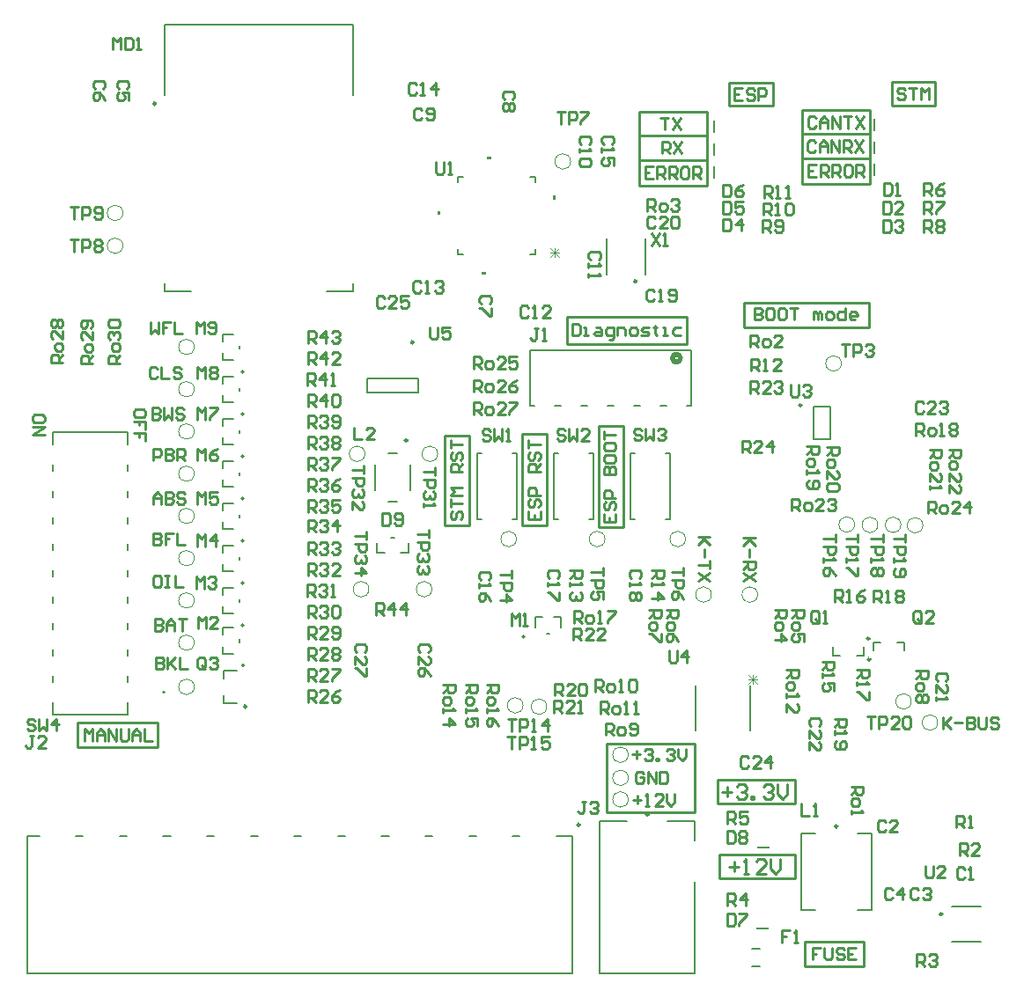
<source format=gto>
G04*
G04 #@! TF.GenerationSoftware,Altium Limited,Altium Designer,24.6.1 (21)*
G04*
G04 Layer_Color=65535*
%FSLAX44Y44*%
%MOMM*%
G71*
G04*
G04 #@! TF.SameCoordinates,533720E8-7120-4541-8755-C975A74632B4*
G04*
G04*
G04 #@! TF.FilePolarity,Positive*
G04*
G01*
G75*
%ADD10C,0.1000*%
%ADD11C,0.2500*%
%ADD12C,0.1524*%
%ADD13C,0.5080*%
%ADD14C,0.2540*%
%ADD15C,0.2000*%
%ADD16C,0.0762*%
%ADD17R,0.2000X1.2000*%
%ADD18R,1.2000X0.2000*%
G36*
X1223845Y933958D02*
X1227655D01*
Y931418D01*
X1223845D01*
Y933958D01*
D02*
G37*
G36*
X1184148Y988655D02*
X1181608D01*
Y992465D01*
X1184148D01*
Y988655D01*
D02*
G37*
G36*
X1228845Y1042162D02*
X1232655D01*
Y1044702D01*
X1228845D01*
Y1042162D01*
D02*
G37*
G36*
X1292352Y1003655D02*
X1294892D01*
Y1007465D01*
X1292352D01*
Y1003655D01*
D02*
G37*
D10*
X1569600Y845820D02*
G03*
X1569600Y845820I-7500J0D01*
G01*
X1309250Y1040130D02*
G03*
X1309250Y1040130I-7500J0D01*
G01*
X1626858Y690535D02*
G03*
X1626858Y690535I-7500J0D01*
G01*
X1604614D02*
G03*
X1604614Y690535I-7500J0D01*
G01*
X1582300Y690880D02*
G03*
X1582300Y690880I-7500J0D01*
G01*
X1648022Y690133D02*
G03*
X1648022Y690133I-7500J0D01*
G01*
X1636910Y520700D02*
G03*
X1636910Y520700I-7500J0D01*
G01*
X1263530Y516890D02*
G03*
X1263530Y516890I-7500J0D01*
G01*
X1286390Y515620D02*
G03*
X1286390Y515620I-7500J0D01*
G01*
X1662310Y500380D02*
G03*
X1662310Y500380I-7500J0D01*
G01*
X1489104Y623439D02*
G03*
X1489104Y623439I-7500J0D01*
G01*
X1444587Y623439D02*
G03*
X1444587Y623439I-7500J0D01*
G01*
X878720Y959066D02*
G03*
X878720Y959066I-7500J0D01*
G01*
Y990600D02*
G03*
X878720Y990600I-7500J0D01*
G01*
X947347Y861695D02*
G03*
X947347Y861695I-7500J0D01*
G01*
Y821055D02*
G03*
X947347Y821055I-7500J0D01*
G01*
Y534670D02*
G03*
X947347Y534670I-7500J0D01*
G01*
Y699135D02*
G03*
X947347Y699135I-7500J0D01*
G01*
Y658495D02*
G03*
X947347Y658495I-7500J0D01*
G01*
Y577215D02*
G03*
X947347Y577215I-7500J0D01*
G01*
Y617855D02*
G03*
X947347Y617855I-7500J0D01*
G01*
Y780415D02*
G03*
X947347Y780415I-7500J0D01*
G01*
Y739775D02*
G03*
X947347Y739775I-7500J0D01*
G01*
X1257180Y676910D02*
G03*
X1257180Y676910I-7500J0D01*
G01*
X1342270D02*
G03*
X1342270Y676910I-7500J0D01*
G01*
X1419740D02*
G03*
X1419740Y676910I-7500J0D01*
G01*
X1115277Y628650D02*
G03*
X1115277Y628650I-7500J0D01*
G01*
X1175900D02*
G03*
X1175900Y628650I-7500J0D01*
G01*
X1111466Y758850D02*
G03*
X1111466Y758850I-7500J0D01*
G01*
X1181430D02*
G03*
X1181430Y758850I-7500J0D01*
G01*
X1364700Y447179D02*
G03*
X1364700Y447179I-7500J0D01*
G01*
Y426374D02*
G03*
X1364700Y426374I-7500J0D01*
G01*
Y469387D02*
G03*
X1364700Y469387I-7500J0D01*
G01*
D11*
X1531420Y805670D02*
G03*
X1531420Y805670I-1250J0D01*
G01*
X910400Y1095810D02*
G03*
X910400Y1095810I-1250J0D01*
G01*
X1318121Y402067D02*
G03*
X1318121Y402067I-1250J0D01*
G01*
X1152206Y771729D02*
G03*
X1152206Y771729I-1250J0D01*
G01*
X1565890Y400620D02*
G03*
X1565890Y400620I-1250J0D01*
G01*
X1384220Y411721D02*
G03*
X1384220Y411721I-1250J0D01*
G01*
X1666641Y316097D02*
G03*
X1666641Y316097I-1250J0D01*
G01*
X1158220Y866218D02*
G03*
X1158220Y866218I-1250J0D01*
G01*
X1372710Y924940D02*
G03*
X1372710Y924940I-1250J0D01*
G01*
X1597436Y561110D02*
G03*
X1597436Y561110I-1250J0D01*
G01*
X1596726Y581110D02*
G03*
X1596726Y581110I-1250J0D01*
G01*
X997500Y515670D02*
G03*
X997500Y515670I-1250J0D01*
G01*
D12*
X918919Y529590D02*
G03*
X918919Y529590I-762J0D01*
G01*
X995172Y594106D02*
G03*
X995172Y594106I-1270J0D01*
G01*
Y675386D02*
G03*
X995172Y675386I-1270J0D01*
G01*
X995299Y555371D02*
G03*
X995299Y555371I-1270J0D01*
G01*
X995172Y634746D02*
G03*
X995172Y634746I-1270J0D01*
G01*
Y716026D02*
G03*
X995172Y716026I-1270J0D01*
G01*
Y756666D02*
G03*
X995172Y756666I-1270J0D01*
G01*
Y837946D02*
G03*
X995172Y837946I-1270J0D01*
G01*
Y797306D02*
G03*
X995172Y797306I-1270J0D01*
G01*
X1264949Y582921D02*
G03*
X1264949Y582921I-1270J0D01*
G01*
X1200912Y950722D02*
Y955836D01*
Y1025398D02*
X1206026D01*
X1275588Y1020284D02*
Y1025398D01*
X1200912Y950722D02*
X1206026D01*
X1200912Y1020284D02*
Y1025398D01*
X1270474D02*
X1275588D01*
Y950722D02*
Y955836D01*
X1270474Y950722D02*
X1275588D01*
X811022Y508254D02*
Y519913D01*
Y539267D02*
Y545313D01*
Y564667D02*
Y570713D01*
Y590067D02*
Y596113D01*
Y615467D02*
Y621513D01*
Y640867D02*
Y646913D01*
Y666267D02*
Y672313D01*
Y691667D02*
Y697713D01*
Y717067D02*
Y723113D01*
Y742467D02*
Y748513D01*
X883158Y767867D02*
Y779526D01*
Y742467D02*
Y748513D01*
Y717067D02*
Y723113D01*
Y691667D02*
Y697713D01*
Y666267D02*
Y672313D01*
Y640867D02*
Y646913D01*
Y615467D02*
Y621513D01*
Y590067D02*
Y596113D01*
Y564667D02*
Y570713D01*
Y539267D02*
Y545313D01*
Y508254D02*
Y519913D01*
X811022Y508254D02*
X883158D01*
X811022Y767867D02*
Y779526D01*
X883158D01*
X1318964Y805180D02*
X1325176D01*
X1344364D02*
X1350576D01*
X1369764D02*
X1375976D01*
X1395164D02*
X1401376D01*
X1420564D02*
X1424940D01*
Y858520D01*
X1270000Y805180D02*
X1274376D01*
X1270000D02*
Y858520D01*
X1424940D01*
X1293564Y805180D02*
X1299776D01*
X974852Y605536D02*
Y612242D01*
X990854Y616483D02*
Y619227D01*
X974852Y630174D02*
X984947D01*
X974852Y623468D02*
Y630174D01*
Y605536D02*
X984947D01*
X974852Y686816D02*
Y693522D01*
X990854Y697763D02*
Y700507D01*
X974852Y711454D02*
X984947D01*
X974852Y704748D02*
Y711454D01*
Y686816D02*
X984947D01*
X974979Y566801D02*
X985074D01*
X974979Y584733D02*
Y591439D01*
X985074D01*
X990981Y577748D02*
Y580492D01*
X974979Y566801D02*
Y573507D01*
X974852Y646176D02*
Y652882D01*
X990854Y657123D02*
Y659867D01*
X974852Y670814D02*
X984947D01*
X974852Y664108D02*
Y670814D01*
Y646176D02*
X984947D01*
X974852Y727456D02*
X984947D01*
X974852Y745388D02*
Y752094D01*
X984947D01*
X990854Y738403D02*
Y741147D01*
X974852Y727456D02*
Y734162D01*
Y768096D02*
X984947D01*
X974852Y786028D02*
Y792734D01*
X984947D01*
X990854Y779043D02*
Y781787D01*
X974852Y768096D02*
Y774802D01*
Y849376D02*
X984947D01*
X974852Y867308D02*
Y874014D01*
X984947D01*
X990854Y860323D02*
Y863067D01*
X974852Y849376D02*
Y856082D01*
Y808736D02*
X984947D01*
X974852Y826668D02*
Y833374D01*
X984947D01*
X990854Y819683D02*
Y822427D01*
X974852Y808736D02*
Y815442D01*
X1275109Y601971D02*
X1281815D01*
X1286057Y585969D02*
X1288800D01*
X1299747Y591876D02*
Y601971D01*
X1293042D02*
X1299747D01*
X1275109Y591876D02*
Y601971D01*
X1429131Y493141D02*
Y535559D01*
X1481709Y493141D02*
Y535559D01*
D13*
X1414780Y850900D02*
G03*
X1414780Y850900I-3810J0D01*
G01*
D14*
X1461989Y1093523D02*
X1503929D01*
X1461989Y1115824D02*
X1503929D01*
Y1093523D02*
Y1115824D01*
X1461989Y1093523D02*
Y1115824D01*
X1211758Y689610D02*
Y776632D01*
X1187949Y689610D02*
Y776632D01*
X1211758D01*
X1187949Y689610D02*
X1211758D01*
X1428750Y414020D02*
Y480060D01*
X1343660Y414020D02*
Y480060D01*
X1428750D01*
X1343660Y414020D02*
X1428750D01*
X1452328Y350681D02*
X1524889D01*
X1452328Y373267D02*
X1524889D01*
Y350681D02*
Y373267D01*
X1452328Y350681D02*
Y373267D01*
X911860Y476269D02*
Y500221D01*
X835428Y476269D02*
Y500221D01*
X911860D01*
X835428Y476269D02*
X911860D01*
X1374856Y1016736D02*
X1440127D01*
X1374856Y1087856D02*
X1440127D01*
Y1016736D02*
Y1087856D01*
X1374856Y1016736D02*
Y1087856D01*
X1618093Y1094294D02*
X1660033D01*
X1618093Y1116330D02*
X1660033D01*
Y1094294D02*
Y1116330D01*
X1618093Y1094294D02*
Y1116330D01*
X1450395Y422590D02*
X1524835D01*
X1450395Y444940D02*
X1524835D01*
Y422590D02*
Y444940D01*
X1450395Y422590D02*
Y444940D01*
X1531520Y1018540D02*
X1596792D01*
X1531520Y1089660D02*
X1596792D01*
Y1018540D02*
Y1089660D01*
X1531520Y1018540D02*
Y1089660D01*
X1475724Y880550D02*
X1596196D01*
X1475724Y904359D02*
X1596196D01*
Y880550D02*
Y904359D01*
X1475724Y880550D02*
Y904359D01*
X1286688Y689610D02*
Y777902D01*
X1262879Y689610D02*
Y777902D01*
X1286688D01*
X1262879Y689610D02*
X1286688D01*
X1360050Y688680D02*
Y785328D01*
X1336241Y688680D02*
Y785328D01*
X1360050D01*
X1336241Y688680D02*
X1360050D01*
X1591310Y265608D02*
Y289560D01*
X1534346Y265608D02*
Y289560D01*
X1591310D01*
X1534346Y265608D02*
X1591310D01*
X1306146Y864202D02*
X1421130D01*
X1306146Y890270D02*
X1421130D01*
Y864202D02*
Y890270D01*
X1306146Y864202D02*
Y890270D01*
X1374955Y1064996D02*
X1439725D01*
X1375217Y1041534D02*
X1439987D01*
X1531882Y1043338D02*
X1596652D01*
X1531620Y1066800D02*
X1596390D01*
X1454840Y433852D02*
X1464171D01*
X1459505Y438517D02*
Y429187D01*
X1468836Y438517D02*
X1471168Y440850D01*
X1475833D01*
X1478166Y438517D01*
Y436184D01*
X1475833Y433852D01*
X1473501D01*
X1475833D01*
X1478166Y431519D01*
Y429187D01*
X1475833Y426854D01*
X1471168D01*
X1468836Y429187D01*
X1482831Y426854D02*
Y429187D01*
X1485164D01*
Y426854D01*
X1482831D01*
X1494494Y438517D02*
X1496827Y440850D01*
X1501492D01*
X1503824Y438517D01*
Y436184D01*
X1501492Y433852D01*
X1499159D01*
X1501492D01*
X1503824Y431519D01*
Y429187D01*
X1501492Y426854D01*
X1496827D01*
X1494494Y429187D01*
X1508490Y440850D02*
Y431519D01*
X1513155Y426854D01*
X1517820Y431519D01*
Y440850D01*
X908055Y710567D02*
Y718184D01*
X911864Y721993D01*
X915673Y718184D01*
Y710567D01*
Y716280D01*
X908055D01*
X919481Y721993D02*
Y710567D01*
X925194D01*
X927099Y712471D01*
Y714376D01*
X925194Y716280D01*
X919481D01*
X925194D01*
X927099Y718184D01*
Y720089D01*
X925194Y721993D01*
X919481D01*
X938525Y720089D02*
X936621Y721993D01*
X932812D01*
X930908Y720089D01*
Y718184D01*
X932812Y716280D01*
X936621D01*
X938525Y714376D01*
Y712471D01*
X936621Y710567D01*
X932812D01*
X930908Y712471D01*
X842010Y482600D02*
Y494026D01*
X845819Y490218D01*
X849628Y494026D01*
Y482600D01*
X853436D02*
Y490218D01*
X857245Y494026D01*
X861054Y490218D01*
Y482600D01*
Y488313D01*
X853436D01*
X864863Y482600D02*
Y494026D01*
X872480Y482600D01*
Y494026D01*
X876289D02*
Y484504D01*
X878193Y482600D01*
X882002D01*
X883906Y484504D01*
Y494026D01*
X887715Y482600D02*
Y490218D01*
X891524Y494026D01*
X895333Y490218D01*
Y482600D01*
Y488313D01*
X887715D01*
X899142Y494026D02*
Y482600D01*
X906759D01*
X1549577Y283654D02*
X1541959D01*
Y277941D01*
X1545768D01*
X1541959D01*
Y272228D01*
X1553385Y283654D02*
Y274132D01*
X1555290Y272228D01*
X1559099D01*
X1561003Y274132D01*
Y283654D01*
X1572429Y281750D02*
X1570525Y283654D01*
X1566716D01*
X1564812Y281750D01*
Y279846D01*
X1566716Y277941D01*
X1570525D01*
X1572429Y276037D01*
Y274132D01*
X1570525Y272228D01*
X1566716D01*
X1564812Y274132D01*
X1583855Y283654D02*
X1576238D01*
Y272228D01*
X1583855D01*
X1576238Y277941D02*
X1580047D01*
X1461767Y361932D02*
X1471097D01*
X1466432Y366598D02*
Y357267D01*
X1475762Y354935D02*
X1480428D01*
X1478095D01*
Y368930D01*
X1475762Y366598D01*
X1496756Y354935D02*
X1487425D01*
X1496756Y364265D01*
Y366598D01*
X1494423Y368930D01*
X1489758D01*
X1487425Y366598D01*
X1501421Y368930D02*
Y359600D01*
X1506086Y354935D01*
X1510751Y359600D01*
Y368930D01*
X1310640Y883915D02*
Y872489D01*
X1316353D01*
X1318257Y874393D01*
Y882011D01*
X1316353Y883915D01*
X1310640D01*
X1322066Y872489D02*
X1325875D01*
X1323971D01*
Y880106D01*
X1322066D01*
X1333493D02*
X1337301D01*
X1339206Y878202D01*
Y872489D01*
X1333493D01*
X1331588Y874393D01*
X1333493Y876298D01*
X1339206D01*
X1346823Y868680D02*
X1348728D01*
X1350632Y870584D01*
Y880106D01*
X1344919D01*
X1343015Y878202D01*
Y874393D01*
X1344919Y872489D01*
X1350632D01*
X1354441D02*
Y880106D01*
X1360154D01*
X1362058Y878202D01*
Y872489D01*
X1367772D02*
X1371580D01*
X1373485Y874393D01*
Y878202D01*
X1371580Y880106D01*
X1367772D01*
X1365867Y878202D01*
Y874393D01*
X1367772Y872489D01*
X1377294D02*
X1383007D01*
X1384911Y874393D01*
X1383007Y876298D01*
X1379198D01*
X1377294Y878202D01*
X1379198Y880106D01*
X1384911D01*
X1390624Y882011D02*
Y880106D01*
X1388720D01*
X1392529D01*
X1390624D01*
Y874393D01*
X1392529Y872489D01*
X1398242D02*
X1402050D01*
X1400146D01*
Y880106D01*
X1398242D01*
X1415381D02*
X1409668D01*
X1407764Y878202D01*
Y874393D01*
X1409668Y872489D01*
X1415381D01*
X1341124Y701038D02*
Y693420D01*
X1352550D01*
Y701038D01*
X1346837Y693420D02*
Y697229D01*
X1343028Y712464D02*
X1341124Y710559D01*
Y706751D01*
X1343028Y704846D01*
X1344933D01*
X1346837Y706751D01*
Y710559D01*
X1348741Y712464D01*
X1350646D01*
X1352550Y710559D01*
Y706751D01*
X1350646Y704846D01*
X1352550Y716273D02*
X1341124D01*
Y721986D01*
X1343028Y723890D01*
X1346837D01*
X1348741Y721986D01*
Y716273D01*
X1341124Y739125D02*
X1352550D01*
Y744838D01*
X1350646Y746743D01*
X1348741D01*
X1346837Y744838D01*
Y739125D01*
Y744838D01*
X1344933Y746743D01*
X1343028D01*
X1341124Y744838D01*
Y739125D01*
Y756265D02*
Y752456D01*
X1343028Y750552D01*
X1350646D01*
X1352550Y752456D01*
Y756265D01*
X1350646Y758169D01*
X1343028D01*
X1341124Y756265D01*
Y767691D02*
Y763882D01*
X1343028Y761978D01*
X1350646D01*
X1352550Y763882D01*
Y767691D01*
X1350646Y769595D01*
X1343028D01*
X1341124Y767691D01*
Y773404D02*
Y781022D01*
Y777213D01*
X1352550D01*
X1268734Y703577D02*
Y695960D01*
X1280160D01*
Y703577D01*
X1274447Y695960D02*
Y699769D01*
X1270638Y715004D02*
X1268734Y713100D01*
Y709291D01*
X1270638Y707386D01*
X1272542D01*
X1274447Y709291D01*
Y713100D01*
X1276351Y715004D01*
X1278256D01*
X1280160Y713100D01*
Y709291D01*
X1278256Y707386D01*
X1280160Y718813D02*
X1268734D01*
Y724526D01*
X1270638Y726430D01*
X1274447D01*
X1276351Y724526D01*
Y718813D01*
X1280160Y741665D02*
X1268734D01*
Y747378D01*
X1270638Y749283D01*
X1274447D01*
X1276351Y747378D01*
Y741665D01*
Y745474D02*
X1280160Y749283D01*
X1270638Y760709D02*
X1268734Y758805D01*
Y754996D01*
X1270638Y753092D01*
X1272542D01*
X1274447Y754996D01*
Y758805D01*
X1276351Y760709D01*
X1278256D01*
X1280160Y758805D01*
Y754996D01*
X1278256Y753092D01*
X1268734Y764518D02*
Y772135D01*
Y768327D01*
X1280160D01*
X1195708Y703577D02*
X1193804Y701673D01*
Y697864D01*
X1195708Y695960D01*
X1197613D01*
X1199517Y697864D01*
Y701673D01*
X1201421Y703577D01*
X1203326D01*
X1205230Y701673D01*
Y697864D01*
X1203326Y695960D01*
X1193804Y707386D02*
Y715004D01*
Y711195D01*
X1205230D01*
Y718813D02*
X1193804D01*
X1197613Y722621D01*
X1193804Y726430D01*
X1205230D01*
Y741665D02*
X1193804D01*
Y747378D01*
X1195708Y749283D01*
X1199517D01*
X1201421Y747378D01*
Y741665D01*
Y745474D02*
X1205230Y749283D01*
X1195708Y760709D02*
X1193804Y758805D01*
Y754996D01*
X1195708Y753092D01*
X1197613D01*
X1199517Y754996D01*
Y758805D01*
X1201421Y760709D01*
X1203326D01*
X1205230Y758805D01*
Y754996D01*
X1203326Y753092D01*
X1193804Y764518D02*
Y772135D01*
Y768327D01*
X1205230D01*
X900426Y795657D02*
Y799466D01*
X898522Y801370D01*
X890904D01*
X889000Y799466D01*
Y795657D01*
X890904Y793753D01*
X898522D01*
X900426Y795657D01*
Y782326D02*
Y789944D01*
X894713D01*
Y786135D01*
Y789944D01*
X889000D01*
X900426Y770900D02*
Y778517D01*
X894713D01*
Y774709D01*
Y778517D01*
X889000D01*
X803506Y790734D02*
Y794542D01*
X801601Y796447D01*
X793984D01*
X792080Y794542D01*
Y790734D01*
X793984Y788829D01*
X801601D01*
X803506Y790734D01*
X792080Y785021D02*
X803506D01*
X792080Y777403D01*
X803506D01*
X1474675Y1110449D02*
X1467057D01*
Y1099022D01*
X1474675D01*
X1467057Y1104735D02*
X1470866D01*
X1486101Y1108544D02*
X1484196Y1110449D01*
X1480388D01*
X1478483Y1108544D01*
Y1106640D01*
X1480388Y1104735D01*
X1484196D01*
X1486101Y1102831D01*
Y1100927D01*
X1484196Y1099022D01*
X1480388D01*
X1478483Y1100927D01*
X1489910Y1099022D02*
Y1110449D01*
X1495623D01*
X1497527Y1108544D01*
Y1104735D01*
X1495623Y1102831D01*
X1489910D01*
X1395730Y1082036D02*
X1403347D01*
X1399539D01*
Y1070610D01*
X1407156Y1082036D02*
X1414774Y1070610D01*
Y1082036D02*
X1407156Y1070610D01*
X1397000Y1047750D02*
Y1059176D01*
X1402713D01*
X1404617Y1057272D01*
Y1053463D01*
X1402713Y1051559D01*
X1397000D01*
X1400809D02*
X1404617Y1047750D01*
X1408426Y1059176D02*
X1416044Y1047750D01*
Y1059176D02*
X1408426Y1047750D01*
X1388767Y1035189D02*
X1381149D01*
Y1023763D01*
X1388767D01*
X1381149Y1029476D02*
X1384958D01*
X1392576Y1023763D02*
Y1035189D01*
X1398289D01*
X1400193Y1033285D01*
Y1029476D01*
X1398289Y1027571D01*
X1392576D01*
X1396384D02*
X1400193Y1023763D01*
X1404002D02*
Y1035189D01*
X1409715D01*
X1411619Y1033285D01*
Y1029476D01*
X1409715Y1027571D01*
X1404002D01*
X1407811D02*
X1411619Y1023763D01*
X1421141Y1035189D02*
X1417332D01*
X1415428Y1033285D01*
Y1025667D01*
X1417332Y1023763D01*
X1421141D01*
X1423046Y1025667D01*
Y1033285D01*
X1421141Y1035189D01*
X1426854Y1023763D02*
Y1035189D01*
X1432568D01*
X1434472Y1033285D01*
Y1029476D01*
X1432568Y1027571D01*
X1426854D01*
X1430663D02*
X1434472Y1023763D01*
X1545431Y1036993D02*
X1537814D01*
Y1025567D01*
X1545431D01*
X1537814Y1031280D02*
X1541623D01*
X1549240Y1025567D02*
Y1036993D01*
X1554953D01*
X1556858Y1035089D01*
Y1031280D01*
X1554953Y1029376D01*
X1549240D01*
X1553049D02*
X1556858Y1025567D01*
X1560667D02*
Y1036993D01*
X1566380D01*
X1568284Y1035089D01*
Y1031280D01*
X1566380Y1029376D01*
X1560667D01*
X1564475D02*
X1568284Y1025567D01*
X1577806Y1036993D02*
X1573997D01*
X1572093Y1035089D01*
Y1027471D01*
X1573997Y1025567D01*
X1577806D01*
X1579710Y1027471D01*
Y1035089D01*
X1577806Y1036993D01*
X1583519Y1025567D02*
Y1036993D01*
X1589232D01*
X1591137Y1035089D01*
Y1031280D01*
X1589232Y1029376D01*
X1583519D01*
X1587328D02*
X1591137Y1025567D01*
X1544783Y1058628D02*
X1542879Y1060532D01*
X1539070D01*
X1537166Y1058628D01*
Y1051010D01*
X1539070Y1049106D01*
X1542879D01*
X1544783Y1051010D01*
X1548592Y1049106D02*
Y1056724D01*
X1552401Y1060532D01*
X1556210Y1056724D01*
Y1049106D01*
Y1054819D01*
X1548592D01*
X1560019Y1049106D02*
Y1060532D01*
X1567636Y1049106D01*
Y1060532D01*
X1571445Y1049106D02*
Y1060532D01*
X1577158D01*
X1579062Y1058628D01*
Y1054819D01*
X1577158Y1052915D01*
X1571445D01*
X1575254D02*
X1579062Y1049106D01*
X1582871Y1060532D02*
X1590489Y1049106D01*
Y1060532D02*
X1582871Y1049106D01*
X1545143Y1081735D02*
X1543239Y1083640D01*
X1539430D01*
X1537526Y1081735D01*
Y1074118D01*
X1539430Y1072213D01*
X1543239D01*
X1545143Y1074118D01*
X1548952Y1072213D02*
Y1079831D01*
X1552761Y1083640D01*
X1556570Y1079831D01*
Y1072213D01*
Y1077926D01*
X1548952D01*
X1560379Y1072213D02*
Y1083640D01*
X1567996Y1072213D01*
Y1083640D01*
X1571805D02*
X1579422D01*
X1575614D01*
Y1072213D01*
X1583231Y1083640D02*
X1590849Y1072213D01*
Y1083640D02*
X1583231Y1072213D01*
X1630778Y1109315D02*
X1628874Y1111220D01*
X1625065D01*
X1623161Y1109315D01*
Y1107411D01*
X1625065Y1105507D01*
X1628874D01*
X1630778Y1103602D01*
Y1101698D01*
X1628874Y1099793D01*
X1625065D01*
X1623161Y1101698D01*
X1634587Y1111220D02*
X1642205D01*
X1638396D01*
Y1099793D01*
X1646013D02*
Y1111220D01*
X1649822Y1107411D01*
X1653631Y1111220D01*
Y1099793D01*
X1485900Y899156D02*
Y887730D01*
X1491613D01*
X1493517Y889634D01*
Y891539D01*
X1491613Y893443D01*
X1485900D01*
X1491613D01*
X1493517Y895348D01*
Y897252D01*
X1491613Y899156D01*
X1485900D01*
X1503040D02*
X1499231D01*
X1497326Y897252D01*
Y889634D01*
X1499231Y887730D01*
X1503040D01*
X1504944Y889634D01*
Y897252D01*
X1503040Y899156D01*
X1514466D02*
X1510657D01*
X1508753Y897252D01*
Y889634D01*
X1510657Y887730D01*
X1514466D01*
X1516370Y889634D01*
Y897252D01*
X1514466Y899156D01*
X1520179D02*
X1527796D01*
X1523988D01*
Y887730D01*
X1543032D02*
Y895348D01*
X1544936D01*
X1546840Y893443D01*
Y887730D01*
Y893443D01*
X1548745Y895348D01*
X1550649Y893443D01*
Y887730D01*
X1556362D02*
X1560171D01*
X1562075Y889634D01*
Y893443D01*
X1560171Y895348D01*
X1556362D01*
X1554458Y893443D01*
Y889634D01*
X1556362Y887730D01*
X1573502Y899156D02*
Y887730D01*
X1567789D01*
X1565884Y889634D01*
Y893443D01*
X1567789Y895348D01*
X1573502D01*
X1583024Y887730D02*
X1579215D01*
X1577310Y889634D01*
Y893443D01*
X1579215Y895348D01*
X1583024D01*
X1584928Y893443D01*
Y891539D01*
X1577310D01*
X794186Y502202D02*
X792282Y504107D01*
X788473D01*
X786569Y502202D01*
Y500298D01*
X788473Y498394D01*
X792282D01*
X794186Y496489D01*
Y494585D01*
X792282Y492681D01*
X788473D01*
X786569Y494585D01*
X797995Y504107D02*
Y492681D01*
X801804Y496489D01*
X805613Y492681D01*
Y504107D01*
X815135Y492681D02*
Y504107D01*
X809422Y498394D01*
X817039D01*
X792890Y487614D02*
X789082D01*
X790986D01*
Y478092D01*
X789082Y476188D01*
X787177D01*
X785273Y478092D01*
X804317Y476188D02*
X796699D01*
X804317Y483806D01*
Y485710D01*
X802412Y487614D01*
X798604D01*
X796699Y485710D01*
X1642244Y266150D02*
Y277576D01*
X1647957D01*
X1649861Y275672D01*
Y271863D01*
X1647957Y269958D01*
X1642244D01*
X1646053D02*
X1649861Y266150D01*
X1653670Y275672D02*
X1655574Y277576D01*
X1659383D01*
X1661288Y275672D01*
Y273767D01*
X1659383Y271863D01*
X1657479D01*
X1659383D01*
X1661288Y269958D01*
Y268054D01*
X1659383Y266150D01*
X1655574D01*
X1653670Y268054D01*
X1179833Y1039493D02*
Y1029971D01*
X1181737Y1028067D01*
X1185546D01*
X1187450Y1029971D01*
Y1039493D01*
X1191259Y1028067D02*
X1195068D01*
X1193163D01*
Y1039493D01*
X1191259Y1037589D01*
X1174118Y880743D02*
Y871221D01*
X1176022Y869317D01*
X1179831D01*
X1181736Y871221D01*
Y880743D01*
X1193162D02*
X1185544D01*
Y875030D01*
X1189353Y876934D01*
X1191257D01*
X1193162Y875030D01*
Y871221D01*
X1191257Y869317D01*
X1187449D01*
X1185544Y871221D01*
X1403988Y569593D02*
Y560071D01*
X1405892Y558167D01*
X1409701D01*
X1411606Y560071D01*
Y569593D01*
X1421127Y558167D02*
Y569593D01*
X1415414Y563880D01*
X1423032D01*
X1521062Y825331D02*
Y815809D01*
X1522967Y813904D01*
X1526776D01*
X1528680Y815809D01*
Y825331D01*
X1532489Y823426D02*
X1534393Y825331D01*
X1538202D01*
X1540106Y823426D01*
Y821522D01*
X1538202Y819618D01*
X1536297D01*
X1538202D01*
X1540106Y817713D01*
Y815809D01*
X1538202Y813904D01*
X1534393D01*
X1532489Y815809D01*
X1650368Y362583D02*
Y353061D01*
X1652272Y351157D01*
X1656081D01*
X1657986Y353061D01*
Y362583D01*
X1669412Y351157D02*
X1661794D01*
X1669412Y358774D01*
Y360679D01*
X1667507Y362583D01*
X1663699D01*
X1661794Y360679D01*
X1113154Y683888D02*
Y676271D01*
Y680079D01*
X1101728D01*
Y672462D02*
X1113154D01*
Y666749D01*
X1111250Y664844D01*
X1107441D01*
X1105537Y666749D01*
Y672462D01*
X1111250Y661036D02*
X1113154Y659131D01*
Y655322D01*
X1111250Y653418D01*
X1109345D01*
X1107441Y655322D01*
Y657227D01*
Y655322D01*
X1105537Y653418D01*
X1103632D01*
X1101728Y655322D01*
Y659131D01*
X1103632Y661036D01*
X1101728Y643896D02*
X1113154D01*
X1107441Y649609D01*
Y641992D01*
X1172966Y685748D02*
Y678130D01*
Y681939D01*
X1161540D01*
Y674321D02*
X1172966D01*
Y668608D01*
X1171062Y666704D01*
X1167253D01*
X1165349Y668608D01*
Y674321D01*
X1171062Y662895D02*
X1172966Y660991D01*
Y657182D01*
X1171062Y655277D01*
X1169157D01*
X1167253Y657182D01*
Y659086D01*
Y657182D01*
X1165349Y655277D01*
X1163444D01*
X1161540Y657182D01*
Y660991D01*
X1163444Y662895D01*
X1171062Y651469D02*
X1172966Y649564D01*
Y645755D01*
X1171062Y643851D01*
X1169157D01*
X1167253Y645755D01*
Y647660D01*
Y645755D01*
X1165349Y643851D01*
X1163444D01*
X1161540Y645755D01*
Y649564D01*
X1163444Y651469D01*
X1110640Y747529D02*
Y739911D01*
Y743720D01*
X1099214D01*
Y736103D02*
X1110640D01*
Y730389D01*
X1108736Y728485D01*
X1104927D01*
X1103023Y730389D01*
Y736103D01*
X1108736Y724676D02*
X1110640Y722772D01*
Y718963D01*
X1108736Y717059D01*
X1106831D01*
X1104927Y718963D01*
Y720868D01*
Y718963D01*
X1103023Y717059D01*
X1101118D01*
X1099214Y718963D01*
Y722772D01*
X1101118Y724676D01*
X1099214Y705632D02*
Y713250D01*
X1106831Y705632D01*
X1108736D01*
X1110640Y707537D01*
Y711346D01*
X1108736Y713250D01*
X1179193Y745625D02*
Y738007D01*
Y741816D01*
X1167767D01*
Y734198D02*
X1179193D01*
Y728485D01*
X1177289Y726581D01*
X1173480D01*
X1171576Y728485D01*
Y734198D01*
X1177289Y722772D02*
X1179193Y720868D01*
Y717059D01*
X1177289Y715154D01*
X1175384D01*
X1173480Y717059D01*
Y718963D01*
Y717059D01*
X1171576Y715154D01*
X1169671D01*
X1167767Y717059D01*
Y720868D01*
X1169671Y722772D01*
X1167767Y711346D02*
Y707537D01*
Y709441D01*
X1179193D01*
X1177289Y711346D01*
X905515Y885823D02*
Y874397D01*
X909324Y878206D01*
X913132Y874397D01*
Y885823D01*
X924559D02*
X916941D01*
Y880110D01*
X920750D01*
X916941D01*
Y874397D01*
X928368Y885823D02*
Y874397D01*
X935985D01*
X911862Y840739D02*
X909958Y842643D01*
X906149D01*
X904245Y840739D01*
Y833121D01*
X906149Y831217D01*
X909958D01*
X911862Y833121D01*
X915671Y842643D02*
Y831217D01*
X923289D01*
X934715Y840739D02*
X932811Y842643D01*
X929002D01*
X927098Y840739D01*
Y838834D01*
X929002Y836930D01*
X932811D01*
X934715Y835026D01*
Y833121D01*
X932811Y831217D01*
X929002D01*
X927098Y833121D01*
X906785Y803273D02*
Y791847D01*
X912498D01*
X914402Y793751D01*
Y795656D01*
X912498Y797560D01*
X906785D01*
X912498D01*
X914402Y799464D01*
Y801369D01*
X912498Y803273D01*
X906785D01*
X918211D02*
Y791847D01*
X922020Y795656D01*
X925829Y791847D01*
Y803273D01*
X937255Y801369D02*
X935351Y803273D01*
X931542D01*
X929638Y801369D01*
Y799464D01*
X931542Y797560D01*
X935351D01*
X937255Y795656D01*
Y793751D01*
X935351Y791847D01*
X931542D01*
X929638Y793751D01*
X908055Y752477D02*
Y763903D01*
X913768D01*
X915673Y761999D01*
Y758190D01*
X913768Y756286D01*
X908055D01*
X919481Y763903D02*
Y752477D01*
X925194D01*
X927099Y754381D01*
Y756286D01*
X925194Y758190D01*
X919481D01*
X925194D01*
X927099Y760094D01*
Y761999D01*
X925194Y763903D01*
X919481D01*
X930908Y752477D02*
Y763903D01*
X936621D01*
X938525Y761999D01*
Y758190D01*
X936621Y756286D01*
X930908D01*
X934716D02*
X938525Y752477D01*
X908055Y682623D02*
Y671197D01*
X913768D01*
X915673Y673101D01*
Y675006D01*
X913768Y676910D01*
X908055D01*
X913768D01*
X915673Y678814D01*
Y680719D01*
X913768Y682623D01*
X908055D01*
X927099D02*
X919481D01*
Y676910D01*
X923290D01*
X919481D01*
Y671197D01*
X930908Y682623D02*
Y671197D01*
X938525D01*
X913450Y641983D02*
X909641D01*
X907737Y640079D01*
Y632461D01*
X909641Y630557D01*
X913450D01*
X915355Y632461D01*
Y640079D01*
X913450Y641983D01*
X919163D02*
X922972D01*
X921068D01*
Y630557D01*
X919163D01*
X922972D01*
X928685Y641983D02*
Y630557D01*
X936303D01*
X909325Y600073D02*
Y588647D01*
X915038D01*
X916943Y590551D01*
Y592456D01*
X915038Y594360D01*
X909325D01*
X915038D01*
X916943Y596264D01*
Y598169D01*
X915038Y600073D01*
X909325D01*
X920751Y588647D02*
Y596264D01*
X924560Y600073D01*
X928369Y596264D01*
Y588647D01*
Y594360D01*
X920751D01*
X932178Y600073D02*
X939795D01*
X935986D01*
Y588647D01*
X910291Y563366D02*
Y551939D01*
X916004D01*
X917908Y553844D01*
Y555748D01*
X916004Y557652D01*
X910291D01*
X916004D01*
X917908Y559557D01*
Y561461D01*
X916004Y563366D01*
X910291D01*
X921717D02*
Y551939D01*
Y555748D01*
X929335Y563366D01*
X923622Y557652D01*
X929335Y551939D01*
X933144Y563366D02*
Y551939D01*
X940761D01*
X1379582Y451399D02*
X1377678Y453303D01*
X1373869D01*
X1371965Y451399D01*
Y443781D01*
X1373869Y441877D01*
X1377678D01*
X1379582Y443781D01*
Y447590D01*
X1375774D01*
X1383391Y441877D02*
Y453303D01*
X1391009Y441877D01*
Y453303D01*
X1394817D02*
Y441877D01*
X1400531D01*
X1402435Y443781D01*
Y451399D01*
X1400531Y453303D01*
X1394817D01*
X1594492Y506093D02*
X1602109D01*
X1598300D01*
Y494667D01*
X1605918D02*
Y506093D01*
X1611631D01*
X1613536Y504189D01*
Y500380D01*
X1611631Y498476D01*
X1605918D01*
X1624962Y494667D02*
X1617344D01*
X1624962Y502284D01*
Y504189D01*
X1623058Y506093D01*
X1619249D01*
X1617344Y504189D01*
X1628771D02*
X1630675Y506093D01*
X1634484D01*
X1636388Y504189D01*
Y496571D01*
X1634484Y494667D01*
X1630675D01*
X1628771Y496571D01*
Y504189D01*
X1631137Y681299D02*
Y673682D01*
Y677490D01*
X1619711D01*
Y669873D02*
X1631137D01*
Y664160D01*
X1629233Y662255D01*
X1625424D01*
X1623519Y664160D01*
Y669873D01*
X1619711Y658447D02*
Y654638D01*
Y656542D01*
X1631137D01*
X1629233Y658447D01*
X1621615Y648924D02*
X1619711Y647020D01*
Y643211D01*
X1621615Y641307D01*
X1629233D01*
X1631137Y643211D01*
Y647020D01*
X1629233Y648924D01*
X1627328D01*
X1625424Y647020D01*
Y641307D01*
X1609745Y681367D02*
Y673749D01*
Y677558D01*
X1598319D01*
Y669940D02*
X1609745D01*
Y664227D01*
X1607841Y662323D01*
X1604032D01*
X1602127Y664227D01*
Y669940D01*
X1598319Y658514D02*
Y654705D01*
Y656609D01*
X1609745D01*
X1607841Y658514D01*
Y648992D02*
X1609745Y647088D01*
Y643279D01*
X1607841Y641374D01*
X1605936D01*
X1604032Y643279D01*
X1602127Y641374D01*
X1600223D01*
X1598319Y643279D01*
Y647088D01*
X1600223Y648992D01*
X1602127D01*
X1604032Y647088D01*
X1605936Y648992D01*
X1607841D01*
X1604032Y647088D02*
Y643279D01*
X1585526Y681339D02*
Y673722D01*
Y677531D01*
X1574099D01*
Y669913D02*
X1585526D01*
Y664200D01*
X1583621Y662296D01*
X1579813D01*
X1577908Y664200D01*
Y669913D01*
X1574099Y658487D02*
Y654678D01*
Y656582D01*
X1585526D01*
X1583621Y658487D01*
X1585526Y648965D02*
Y641347D01*
X1583621D01*
X1576004Y648965D01*
X1574099D01*
X1563764Y681401D02*
Y673783D01*
Y677592D01*
X1552338D01*
Y669974D02*
X1563764D01*
Y664261D01*
X1561860Y662357D01*
X1558051D01*
X1556147Y664261D01*
Y669974D01*
X1552338Y658548D02*
Y654739D01*
Y656644D01*
X1563764D01*
X1561860Y658548D01*
X1563764Y641408D02*
X1561860Y645217D01*
X1558051Y649026D01*
X1554242D01*
X1552338Y647122D01*
Y643313D01*
X1554242Y641408D01*
X1556147D01*
X1558051Y643313D01*
Y649026D01*
X1248498Y486501D02*
X1256116D01*
X1252307D01*
Y475075D01*
X1259924D02*
Y486501D01*
X1265638D01*
X1267542Y484596D01*
Y480788D01*
X1265638Y478883D01*
X1259924D01*
X1271351Y475075D02*
X1275160D01*
X1273255D01*
Y486501D01*
X1271351Y484596D01*
X1288490Y486501D02*
X1280873D01*
Y480788D01*
X1284682Y482692D01*
X1286586D01*
X1288490Y480788D01*
Y476979D01*
X1286586Y475075D01*
X1282777D01*
X1280873Y476979D01*
X1248784Y503604D02*
X1256402D01*
X1252593D01*
Y492178D01*
X1260211D02*
Y503604D01*
X1265924D01*
X1267828Y501700D01*
Y497891D01*
X1265924Y495987D01*
X1260211D01*
X1271637Y492178D02*
X1275446D01*
X1273541D01*
Y503604D01*
X1271637Y501700D01*
X1286872Y492178D02*
Y503604D01*
X1281159Y497891D01*
X1288776D01*
X1667283Y505677D02*
Y494251D01*
Y498060D01*
X1674901Y505677D01*
X1669188Y499964D01*
X1674901Y494251D01*
X1678710Y499964D02*
X1686327D01*
X1690136Y505677D02*
Y494251D01*
X1695849D01*
X1697753Y496155D01*
Y498060D01*
X1695849Y499964D01*
X1690136D01*
X1695849D01*
X1697753Y501868D01*
Y503773D01*
X1695849Y505677D01*
X1690136D01*
X1701562D02*
Y496155D01*
X1703467Y494251D01*
X1707275D01*
X1709180Y496155D01*
Y505677D01*
X1720606Y503773D02*
X1718702Y505677D01*
X1714893D01*
X1712989Y503773D01*
Y501868D01*
X1714893Y499964D01*
X1718702D01*
X1720606Y498060D01*
Y496155D01*
X1718702Y494251D01*
X1714893D01*
X1712989Y496155D01*
X1443353Y678808D02*
X1431927D01*
X1435736D01*
X1443353Y671191D01*
X1437640Y676904D01*
X1431927Y671191D01*
X1437640Y667382D02*
Y659764D01*
X1443353Y655956D02*
Y648338D01*
Y652147D01*
X1431927D01*
X1443353Y644529D02*
X1431927Y636912D01*
X1443353D02*
X1431927Y644529D01*
X1486601Y678268D02*
X1475175D01*
X1478984D01*
X1486601Y670651D01*
X1480888Y676364D01*
X1475175Y670651D01*
X1480888Y666842D02*
Y659225D01*
X1475175Y655416D02*
X1486601D01*
Y649703D01*
X1484697Y647798D01*
X1480888D01*
X1478984Y649703D01*
Y655416D01*
Y651607D02*
X1475175Y647798D01*
X1486601Y643989D02*
X1475175Y636372D01*
X1486601D02*
X1475175Y643989D01*
X828192Y996321D02*
X835810D01*
X832001D01*
Y984894D01*
X839618D02*
Y996321D01*
X845332D01*
X847236Y994416D01*
Y990608D01*
X845332Y988703D01*
X839618D01*
X851045Y986799D02*
X852949Y984894D01*
X856758D01*
X858662Y986799D01*
Y994416D01*
X856758Y996321D01*
X852949D01*
X851045Y994416D01*
Y992512D01*
X852949Y990608D01*
X858662D01*
X828045Y964779D02*
X835663D01*
X831854D01*
Y953352D01*
X839471D02*
Y964779D01*
X845184D01*
X847089Y962874D01*
Y959066D01*
X845184Y957161D01*
X839471D01*
X850898Y962874D02*
X852802Y964779D01*
X856611D01*
X858515Y962874D01*
Y960970D01*
X856611Y959066D01*
X858515Y957161D01*
Y955257D01*
X856611Y953352D01*
X852802D01*
X850898Y955257D01*
Y957161D01*
X852802Y959066D01*
X850898Y960970D01*
Y962874D01*
X852802Y959066D02*
X856611D01*
X1296071Y1087877D02*
X1303689D01*
X1299880D01*
Y1076450D01*
X1307497D02*
Y1087877D01*
X1313211D01*
X1315115Y1085972D01*
Y1082163D01*
X1313211Y1080259D01*
X1307497D01*
X1318924Y1087877D02*
X1326541D01*
Y1085972D01*
X1318924Y1078355D01*
Y1076450D01*
X1417953Y648965D02*
Y641348D01*
Y645156D01*
X1406527D01*
Y637539D02*
X1417953D01*
Y631826D01*
X1416049Y629921D01*
X1412240D01*
X1410336Y631826D01*
Y637539D01*
X1417953Y618495D02*
X1416049Y622304D01*
X1412240Y626112D01*
X1408431D01*
X1406527Y624208D01*
Y620399D01*
X1408431Y618495D01*
X1410336D01*
X1412240Y620399D01*
Y626112D01*
X1340483Y648965D02*
Y641348D01*
Y645156D01*
X1329057D01*
Y637539D02*
X1340483D01*
Y631826D01*
X1338579Y629921D01*
X1334770D01*
X1332866Y631826D01*
Y637539D01*
X1340483Y618495D02*
Y626112D01*
X1334770D01*
X1336674Y622304D01*
Y620399D01*
X1334770Y618495D01*
X1330961D01*
X1329057Y620399D01*
Y624208D01*
X1330961Y626112D01*
X1252853Y646425D02*
Y638807D01*
Y642616D01*
X1241427D01*
Y634999D02*
X1252853D01*
Y629286D01*
X1250949Y627381D01*
X1247140D01*
X1245236Y629286D01*
Y634999D01*
X1241427Y617859D02*
X1252853D01*
X1247140Y623572D01*
Y615955D01*
X1569725Y864233D02*
X1577343D01*
X1573534D01*
Y852807D01*
X1581151D02*
Y864233D01*
X1586864D01*
X1588769Y862329D01*
Y858520D01*
X1586864Y856616D01*
X1581151D01*
X1592578Y862329D02*
X1594482Y864233D01*
X1598291D01*
X1600195Y862329D01*
Y860424D01*
X1598291Y858520D01*
X1596386D01*
X1598291D01*
X1600195Y856616D01*
Y854711D01*
X1598291Y852807D01*
X1594482D01*
X1592578Y854711D01*
X1368832Y469530D02*
X1376449D01*
X1372641Y473339D02*
Y465721D01*
X1380258Y473339D02*
X1382163Y475243D01*
X1385971D01*
X1387876Y473339D01*
Y471435D01*
X1385971Y469530D01*
X1384067D01*
X1385971D01*
X1387876Y467626D01*
Y465721D01*
X1385971Y463817D01*
X1382163D01*
X1380258Y465721D01*
X1391685Y463817D02*
Y465721D01*
X1393589D01*
Y463817D01*
X1391685D01*
X1401207Y473339D02*
X1403111Y475243D01*
X1406920D01*
X1408824Y473339D01*
Y471435D01*
X1406920Y469530D01*
X1405015D01*
X1406920D01*
X1408824Y467626D01*
Y465721D01*
X1406920Y463817D01*
X1403111D01*
X1401207Y465721D01*
X1412633Y475243D02*
Y467626D01*
X1416442Y463817D01*
X1420250Y467626D01*
Y475243D01*
X1369381Y425923D02*
X1376999D01*
X1373190Y429732D02*
Y422114D01*
X1380807Y420210D02*
X1384616D01*
X1382712D01*
Y431636D01*
X1380807Y429732D01*
X1397947Y420210D02*
X1390329D01*
X1397947Y427828D01*
Y429732D01*
X1396042Y431636D01*
X1392234D01*
X1390329Y429732D01*
X1401756Y431636D02*
Y424019D01*
X1405564Y420210D01*
X1409373Y424019D01*
Y431636D01*
X1377452Y781403D02*
X1375548Y783307D01*
X1371739D01*
X1369835Y781403D01*
Y779498D01*
X1371739Y777594D01*
X1375548D01*
X1377452Y775689D01*
Y773785D01*
X1375548Y771881D01*
X1371739D01*
X1369835Y773785D01*
X1381261Y783307D02*
Y771881D01*
X1385070Y775689D01*
X1388879Y771881D01*
Y783307D01*
X1392687Y781403D02*
X1394592Y783307D01*
X1398401D01*
X1400305Y781403D01*
Y779498D01*
X1398401Y777594D01*
X1396496D01*
X1398401D01*
X1400305Y775689D01*
Y773785D01*
X1398401Y771881D01*
X1394592D01*
X1392687Y773785D01*
X1303833Y781206D02*
X1301929Y783110D01*
X1298120D01*
X1296216Y781206D01*
Y779302D01*
X1298120Y777397D01*
X1301929D01*
X1303833Y775493D01*
Y773588D01*
X1301929Y771684D01*
X1298120D01*
X1296216Y773588D01*
X1307642Y783110D02*
Y771684D01*
X1311451Y775493D01*
X1315260Y771684D01*
Y783110D01*
X1326686Y771684D02*
X1319068D01*
X1326686Y779302D01*
Y781206D01*
X1324782Y783110D01*
X1320973D01*
X1319068Y781206D01*
X1231905Y780879D02*
X1230000Y782784D01*
X1226191D01*
X1224287Y780879D01*
Y778975D01*
X1226191Y777070D01*
X1230000D01*
X1231905Y775166D01*
Y773262D01*
X1230000Y771357D01*
X1226191D01*
X1224287Y773262D01*
X1235713Y782784D02*
Y771357D01*
X1239522Y775166D01*
X1243331Y771357D01*
Y782784D01*
X1247140Y771357D02*
X1250948D01*
X1249044D01*
Y782784D01*
X1247140Y780879D01*
X1215681Y797007D02*
Y808434D01*
X1221394D01*
X1223299Y806529D01*
Y802720D01*
X1221394Y800816D01*
X1215681D01*
X1219490D02*
X1223299Y797007D01*
X1229012D02*
X1232821D01*
X1234725Y798912D01*
Y802720D01*
X1232821Y804625D01*
X1229012D01*
X1227107Y802720D01*
Y798912D01*
X1229012Y797007D01*
X1246151D02*
X1238534D01*
X1246151Y804625D01*
Y806529D01*
X1244247Y808434D01*
X1240438D01*
X1238534Y806529D01*
X1249960Y808434D02*
X1257578D01*
Y806529D01*
X1249960Y798912D01*
Y797007D01*
X1215681Y818597D02*
Y830023D01*
X1221394D01*
X1223299Y828119D01*
Y824310D01*
X1221394Y822406D01*
X1215681D01*
X1219490D02*
X1223299Y818597D01*
X1229012D02*
X1232821D01*
X1234725Y820502D01*
Y824310D01*
X1232821Y826215D01*
X1229012D01*
X1227107Y824310D01*
Y820502D01*
X1229012Y818597D01*
X1246151D02*
X1238534D01*
X1246151Y826215D01*
Y828119D01*
X1244247Y830023D01*
X1240438D01*
X1238534Y828119D01*
X1257578Y830023D02*
X1253769Y828119D01*
X1249960Y824310D01*
Y820502D01*
X1251864Y818597D01*
X1255673D01*
X1257578Y820502D01*
Y822406D01*
X1255673Y824310D01*
X1249960D01*
X1215709Y840818D02*
Y852244D01*
X1221422D01*
X1223326Y850340D01*
Y846531D01*
X1221422Y844627D01*
X1215709D01*
X1219518D02*
X1223326Y840818D01*
X1229040D02*
X1232848D01*
X1234753Y842722D01*
Y846531D01*
X1232848Y848436D01*
X1229040D01*
X1227135Y846531D01*
Y842722D01*
X1229040Y840818D01*
X1246179D02*
X1238561D01*
X1246179Y848436D01*
Y850340D01*
X1244275Y852244D01*
X1240466D01*
X1238561Y850340D01*
X1257605Y852244D02*
X1249988D01*
Y846531D01*
X1253796Y848436D01*
X1255701D01*
X1257605Y846531D01*
Y842722D01*
X1255701Y840818D01*
X1251892D01*
X1249988Y842722D01*
X1652912Y701677D02*
Y713103D01*
X1658625D01*
X1660529Y711199D01*
Y707390D01*
X1658625Y705486D01*
X1652912D01*
X1656720D02*
X1660529Y701677D01*
X1666243D02*
X1670051D01*
X1671956Y703581D01*
Y707390D01*
X1670051Y709294D01*
X1666243D01*
X1664338Y707390D01*
Y703581D01*
X1666243Y701677D01*
X1683382D02*
X1675764D01*
X1683382Y709294D01*
Y711199D01*
X1681478Y713103D01*
X1677669D01*
X1675764Y711199D01*
X1692904Y701677D02*
Y713103D01*
X1687191Y707390D01*
X1694808D01*
X1522102Y704217D02*
Y715643D01*
X1527815D01*
X1529719Y713739D01*
Y709930D01*
X1527815Y708026D01*
X1522102D01*
X1525910D02*
X1529719Y704217D01*
X1535432D02*
X1539241D01*
X1541146Y706121D01*
Y709930D01*
X1539241Y711834D01*
X1535432D01*
X1533528Y709930D01*
Y706121D01*
X1535432Y704217D01*
X1552572D02*
X1544954D01*
X1552572Y711834D01*
Y713739D01*
X1550668Y715643D01*
X1546859D01*
X1544954Y713739D01*
X1556381D02*
X1558285Y715643D01*
X1562094D01*
X1563998Y713739D01*
Y711834D01*
X1562094Y709930D01*
X1560190D01*
X1562094D01*
X1563998Y708026D01*
Y706121D01*
X1562094Y704217D01*
X1558285D01*
X1556381Y706121D01*
X1673206Y762889D02*
X1684632D01*
Y757176D01*
X1682728Y755272D01*
X1678919D01*
X1677015Y757176D01*
Y762889D01*
Y759080D02*
X1673206Y755272D01*
Y749558D02*
Y745750D01*
X1675110Y743845D01*
X1678919D01*
X1680823Y745750D01*
Y749558D01*
X1678919Y751463D01*
X1675110D01*
X1673206Y749558D01*
Y732419D02*
Y740036D01*
X1680823Y732419D01*
X1682728D01*
X1684632Y734323D01*
Y738132D01*
X1682728Y740036D01*
X1673206Y720993D02*
Y728610D01*
X1680823Y720993D01*
X1682728D01*
X1684632Y722897D01*
Y726706D01*
X1682728Y728610D01*
X1654525Y762752D02*
X1665951D01*
Y757039D01*
X1664047Y755135D01*
X1660238D01*
X1658333Y757039D01*
Y762752D01*
Y758944D02*
X1654525Y755135D01*
Y749422D02*
Y745613D01*
X1656429Y743708D01*
X1660238D01*
X1662142Y745613D01*
Y749422D01*
X1660238Y751326D01*
X1656429D01*
X1654525Y749422D01*
Y732282D02*
Y739900D01*
X1662142Y732282D01*
X1664047D01*
X1665951Y734187D01*
Y737995D01*
X1664047Y739900D01*
X1654525Y728473D02*
Y724665D01*
Y726569D01*
X1665951D01*
X1664047Y728473D01*
X1555634Y765097D02*
X1567060D01*
Y759384D01*
X1565156Y757479D01*
X1561347D01*
X1559443Y759384D01*
Y765097D01*
Y761288D02*
X1555634Y757479D01*
Y751766D02*
Y747957D01*
X1557538Y746053D01*
X1561347D01*
X1563251Y747957D01*
Y751766D01*
X1561347Y753671D01*
X1557538D01*
X1555634Y751766D01*
Y734627D02*
Y742244D01*
X1563251Y734627D01*
X1565156D01*
X1567060Y736531D01*
Y740340D01*
X1565156Y742244D01*
Y730818D02*
X1567060Y728913D01*
Y725105D01*
X1565156Y723200D01*
X1557538D01*
X1555634Y725105D01*
Y728913D01*
X1557538Y730818D01*
X1565156D01*
X1536437Y765925D02*
X1547864D01*
Y760212D01*
X1545959Y758307D01*
X1542150D01*
X1540246Y760212D01*
Y765925D01*
Y762116D02*
X1536437Y758307D01*
Y752594D02*
Y748785D01*
X1538342Y746881D01*
X1542150D01*
X1544055Y748785D01*
Y752594D01*
X1542150Y754499D01*
X1538342D01*
X1536437Y752594D01*
Y743072D02*
Y739264D01*
Y741168D01*
X1547864D01*
X1545959Y743072D01*
X1538342Y733550D02*
X1536437Y731646D01*
Y727837D01*
X1538342Y725933D01*
X1545959D01*
X1547864Y727837D01*
Y731646D01*
X1545959Y733550D01*
X1544055D01*
X1542150Y731646D01*
Y725933D01*
X1641164Y776607D02*
Y788033D01*
X1646877D01*
X1648781Y786129D01*
Y782320D01*
X1646877Y780416D01*
X1641164D01*
X1644973D02*
X1648781Y776607D01*
X1654495D02*
X1658303D01*
X1660208Y778511D01*
Y782320D01*
X1658303Y784224D01*
X1654495D01*
X1652590Y782320D01*
Y778511D01*
X1654495Y776607D01*
X1664017D02*
X1667825D01*
X1665921D01*
Y788033D01*
X1664017Y786129D01*
X1673539D02*
X1675443Y788033D01*
X1679252D01*
X1681156Y786129D01*
Y784224D01*
X1679252Y782320D01*
X1681156Y780416D01*
Y778511D01*
X1679252Y776607D01*
X1675443D01*
X1673539Y778511D01*
Y780416D01*
X1675443Y782320D01*
X1673539Y784224D01*
Y786129D01*
X1675443Y782320D02*
X1679252D01*
X1312234Y596267D02*
Y607693D01*
X1317947D01*
X1319852Y605789D01*
Y601980D01*
X1317947Y600076D01*
X1312234D01*
X1316043D02*
X1319852Y596267D01*
X1325565D02*
X1329373D01*
X1331278Y598171D01*
Y601980D01*
X1329373Y603884D01*
X1325565D01*
X1323660Y601980D01*
Y598171D01*
X1325565Y596267D01*
X1335087D02*
X1338895D01*
X1336991D01*
Y607693D01*
X1335087Y605789D01*
X1344608Y607693D02*
X1352226D01*
Y605789D01*
X1344608Y598171D01*
Y596267D01*
X1228341Y536694D02*
X1239767D01*
Y530981D01*
X1237863Y529077D01*
X1234054D01*
X1232150Y530981D01*
Y536694D01*
Y532886D02*
X1228341Y529077D01*
Y523364D02*
Y519555D01*
X1230245Y517651D01*
X1234054D01*
X1235958Y519555D01*
Y523364D01*
X1234054Y525268D01*
X1230245D01*
X1228341Y523364D01*
Y513842D02*
Y510033D01*
Y511937D01*
X1239767D01*
X1237863Y513842D01*
X1239767Y496702D02*
X1237863Y500511D01*
X1234054Y504320D01*
X1230245D01*
X1228341Y502416D01*
Y498607D01*
X1230245Y496702D01*
X1232150D01*
X1234054Y498607D01*
Y504320D01*
X1208021Y536694D02*
X1219447D01*
Y530981D01*
X1217543Y529077D01*
X1213734D01*
X1211830Y530981D01*
Y536694D01*
Y532886D02*
X1208021Y529077D01*
Y523364D02*
Y519555D01*
X1209925Y517651D01*
X1213734D01*
X1215638Y519555D01*
Y523364D01*
X1213734Y525268D01*
X1209925D01*
X1208021Y523364D01*
Y513842D02*
Y510033D01*
Y511937D01*
X1219447D01*
X1217543Y513842D01*
X1219447Y496702D02*
Y504320D01*
X1213734D01*
X1215638Y500511D01*
Y498607D01*
X1213734Y496702D01*
X1209925D01*
X1208021Y498607D01*
Y502416D01*
X1209925Y504320D01*
X1186431Y536694D02*
X1197857D01*
Y530981D01*
X1195953Y529077D01*
X1192144D01*
X1190240Y530981D01*
Y536694D01*
Y532886D02*
X1186431Y529077D01*
Y523364D02*
Y519555D01*
X1188335Y517651D01*
X1192144D01*
X1194048Y519555D01*
Y523364D01*
X1192144Y525268D01*
X1188335D01*
X1186431Y523364D01*
Y513842D02*
Y510033D01*
Y511937D01*
X1197857D01*
X1195953Y513842D01*
X1186431Y498607D02*
X1197857D01*
X1192144Y504320D01*
Y496702D01*
X1517017Y550856D02*
X1528443D01*
Y545143D01*
X1526539Y543238D01*
X1522730D01*
X1520826Y545143D01*
Y550856D01*
Y547047D02*
X1517017Y543238D01*
Y537525D02*
Y533717D01*
X1518921Y531812D01*
X1522730D01*
X1524634Y533717D01*
Y537525D01*
X1522730Y539430D01*
X1518921D01*
X1517017Y537525D01*
Y528003D02*
Y524195D01*
Y526099D01*
X1528443D01*
X1526539Y528003D01*
X1517017Y510864D02*
Y518481D01*
X1524634Y510864D01*
X1526539D01*
X1528443Y512768D01*
Y516577D01*
X1526539Y518481D01*
X1337878Y509027D02*
Y520453D01*
X1343591D01*
X1345496Y518549D01*
Y514740D01*
X1343591Y512836D01*
X1337878D01*
X1341687D02*
X1345496Y509027D01*
X1351209D02*
X1355018D01*
X1356922Y510931D01*
Y514740D01*
X1355018Y516644D01*
X1351209D01*
X1349305Y514740D01*
Y510931D01*
X1351209Y509027D01*
X1360731D02*
X1364540D01*
X1362635D01*
Y520453D01*
X1360731Y518549D01*
X1370253Y509027D02*
X1374062D01*
X1372157D01*
Y520453D01*
X1370253Y518549D01*
X1332554Y530227D02*
Y541653D01*
X1338267D01*
X1340172Y539749D01*
Y535940D01*
X1338267Y534036D01*
X1332554D01*
X1336363D02*
X1340172Y530227D01*
X1345885D02*
X1349693D01*
X1351598Y532131D01*
Y535940D01*
X1349693Y537844D01*
X1345885D01*
X1343980Y535940D01*
Y532131D01*
X1345885Y530227D01*
X1355407D02*
X1359215D01*
X1357311D01*
Y541653D01*
X1355407Y539749D01*
X1364928D02*
X1366833Y541653D01*
X1370642D01*
X1372546Y539749D01*
Y532131D01*
X1370642Y530227D01*
X1366833D01*
X1364928Y532131D01*
Y539749D01*
X1342785Y488317D02*
Y499743D01*
X1348498D01*
X1350403Y497839D01*
Y494030D01*
X1348498Y492126D01*
X1342785D01*
X1346594D02*
X1350403Y488317D01*
X1356116D02*
X1359924D01*
X1361829Y490221D01*
Y494030D01*
X1359924Y495934D01*
X1356116D01*
X1354211Y494030D01*
Y490221D01*
X1356116Y488317D01*
X1365638Y490221D02*
X1367542Y488317D01*
X1371351D01*
X1373255Y490221D01*
Y497839D01*
X1371351Y499743D01*
X1367542D01*
X1365638Y497839D01*
Y495934D01*
X1367542Y494030D01*
X1373255D01*
X1641477Y549905D02*
X1652903D01*
Y544192D01*
X1650999Y542287D01*
X1647190D01*
X1645286Y544192D01*
Y549905D01*
Y546096D02*
X1641477Y542287D01*
Y536574D02*
Y532766D01*
X1643381Y530861D01*
X1647190D01*
X1649094Y532766D01*
Y536574D01*
X1647190Y538479D01*
X1643381D01*
X1641477Y536574D01*
X1650999Y527052D02*
X1652903Y525148D01*
Y521339D01*
X1650999Y519435D01*
X1649094D01*
X1647190Y521339D01*
X1645286Y519435D01*
X1643381D01*
X1641477Y521339D01*
Y525148D01*
X1643381Y527052D01*
X1645286D01*
X1647190Y525148D01*
X1649094Y527052D01*
X1650999D01*
X1647190Y525148D02*
Y521339D01*
X1384937Y608325D02*
X1396363D01*
Y602612D01*
X1394459Y600708D01*
X1390650D01*
X1388746Y602612D01*
Y608325D01*
Y604516D02*
X1384937Y600708D01*
Y594994D02*
Y591186D01*
X1386841Y589281D01*
X1390650D01*
X1392554Y591186D01*
Y594994D01*
X1390650Y596899D01*
X1386841D01*
X1384937Y594994D01*
X1396363Y585472D02*
Y577855D01*
X1394459D01*
X1386841Y585472D01*
X1384937D01*
X1401447Y608325D02*
X1412873D01*
Y602612D01*
X1410969Y600708D01*
X1407160D01*
X1405256Y602612D01*
Y608325D01*
Y604516D02*
X1401447Y600708D01*
Y594994D02*
Y591186D01*
X1403351Y589281D01*
X1407160D01*
X1409064Y591186D01*
Y594994D01*
X1407160Y596899D01*
X1403351D01*
X1401447Y594994D01*
X1412873Y577855D02*
X1410969Y581664D01*
X1407160Y585472D01*
X1403351D01*
X1401447Y583568D01*
Y579759D01*
X1403351Y577855D01*
X1405256D01*
X1407160Y579759D01*
Y585472D01*
X1522097Y608325D02*
X1533523D01*
Y602612D01*
X1531619Y600708D01*
X1527810D01*
X1525906Y602612D01*
Y608325D01*
Y604516D02*
X1522097Y600708D01*
Y594994D02*
Y591186D01*
X1524001Y589281D01*
X1527810D01*
X1529714Y591186D01*
Y594994D01*
X1527810Y596899D01*
X1524001D01*
X1522097Y594994D01*
X1533523Y577855D02*
Y585472D01*
X1527810D01*
X1529714Y581664D01*
Y579759D01*
X1527810Y577855D01*
X1524001D01*
X1522097Y579759D01*
Y583568D01*
X1524001Y585472D01*
X1505587Y608325D02*
X1517013D01*
Y602612D01*
X1515109Y600708D01*
X1511300D01*
X1509396Y602612D01*
Y608325D01*
Y604516D02*
X1505587Y600708D01*
Y594994D02*
Y591186D01*
X1507491Y589281D01*
X1511300D01*
X1513204Y591186D01*
Y594994D01*
X1511300Y596899D01*
X1507491D01*
X1505587Y594994D01*
Y579759D02*
X1517013D01*
X1511300Y585472D01*
Y577855D01*
X1383035Y992507D02*
Y1003933D01*
X1388748D01*
X1390652Y1002029D01*
Y998220D01*
X1388748Y996316D01*
X1383035D01*
X1386844D02*
X1390652Y992507D01*
X1396366D02*
X1400174D01*
X1402079Y994411D01*
Y998220D01*
X1400174Y1000124D01*
X1396366D01*
X1394461Y998220D01*
Y994411D01*
X1396366Y992507D01*
X1405888Y1002029D02*
X1407792Y1003933D01*
X1411601D01*
X1413505Y1002029D01*
Y1000124D01*
X1411601Y998220D01*
X1409696D01*
X1411601D01*
X1413505Y996316D01*
Y994411D01*
X1411601Y992507D01*
X1407792D01*
X1405888Y994411D01*
X1482095Y861697D02*
Y873123D01*
X1487808D01*
X1489713Y871219D01*
Y867410D01*
X1487808Y865506D01*
X1482095D01*
X1485904D02*
X1489713Y861697D01*
X1495426D02*
X1499234D01*
X1501139Y863601D01*
Y867410D01*
X1499234Y869314D01*
X1495426D01*
X1493521Y867410D01*
Y863601D01*
X1495426Y861697D01*
X1512565D02*
X1504948D01*
X1512565Y869314D01*
Y871219D01*
X1510661Y873123D01*
X1506852D01*
X1504948Y871219D01*
X1579247Y438781D02*
X1590673D01*
Y433068D01*
X1588769Y431163D01*
X1584960D01*
X1583056Y433068D01*
Y438781D01*
Y434972D02*
X1579247Y431163D01*
Y425450D02*
Y421641D01*
X1581151Y419737D01*
X1584960D01*
X1586864Y421641D01*
Y425450D01*
X1584960Y427354D01*
X1581151D01*
X1579247Y425450D01*
Y415928D02*
Y412119D01*
Y414024D01*
X1590673D01*
X1588769Y415928D01*
X1122057Y603887D02*
Y615313D01*
X1127770D01*
X1129675Y613409D01*
Y609600D01*
X1127770Y607696D01*
X1122057D01*
X1125866D02*
X1129675Y603887D01*
X1139197D02*
Y615313D01*
X1133484Y609600D01*
X1141101D01*
X1150623Y603887D02*
Y615313D01*
X1144910Y609600D01*
X1152527D01*
X875723Y846072D02*
X864297D01*
Y851785D01*
X866201Y853689D01*
X870010D01*
X871914Y851785D01*
Y846072D01*
Y849881D02*
X875723Y853689D01*
Y859402D02*
Y863211D01*
X873819Y865116D01*
X870010D01*
X868105Y863211D01*
Y859402D01*
X870010Y857498D01*
X873819D01*
X875723Y859402D01*
X866201Y868924D02*
X864297Y870829D01*
Y874638D01*
X866201Y876542D01*
X868105D01*
X870010Y874638D01*
Y872733D01*
Y874638D01*
X871914Y876542D01*
X873819D01*
X875723Y874638D01*
Y870829D01*
X873819Y868924D01*
X866201Y880351D02*
X864297Y882255D01*
Y886064D01*
X866201Y887968D01*
X873819D01*
X875723Y886064D01*
Y882255D01*
X873819Y880351D01*
X866201D01*
X849748Y845682D02*
X838322D01*
Y851395D01*
X840226Y853299D01*
X844035D01*
X845940Y851395D01*
Y845682D01*
Y849491D02*
X849748Y853299D01*
Y859013D02*
Y862821D01*
X847844Y864726D01*
X844035D01*
X842131Y862821D01*
Y859013D01*
X844035Y857108D01*
X847844D01*
X849748Y859013D01*
Y876152D02*
Y868534D01*
X842131Y876152D01*
X840226D01*
X838322Y874248D01*
Y870439D01*
X840226Y868534D01*
X847844Y879961D02*
X849748Y881865D01*
Y885674D01*
X847844Y887578D01*
X840226D01*
X838322Y885674D01*
Y881865D01*
X840226Y879961D01*
X842131D01*
X844035Y881865D01*
Y887578D01*
X821053Y846462D02*
X809627D01*
Y852175D01*
X811531Y854079D01*
X815340D01*
X817244Y852175D01*
Y846462D01*
Y850271D02*
X821053Y854079D01*
Y859792D02*
Y863601D01*
X819149Y865506D01*
X815340D01*
X813436Y863601D01*
Y859792D01*
X815340Y857888D01*
X819149D01*
X821053Y859792D01*
Y876932D02*
Y869314D01*
X813436Y876932D01*
X811531D01*
X809627Y875028D01*
Y871219D01*
X811531Y869314D01*
Y880741D02*
X809627Y882645D01*
Y886454D01*
X811531Y888358D01*
X813436D01*
X815340Y886454D01*
X817244Y888358D01*
X819149D01*
X821053Y886454D01*
Y882645D01*
X819149Y880741D01*
X817244D01*
X815340Y882645D01*
X813436Y880741D01*
X811531D01*
X815340Y882645D02*
Y886454D01*
X1056645Y865507D02*
Y876933D01*
X1062358D01*
X1064262Y875029D01*
Y871220D01*
X1062358Y869316D01*
X1056645D01*
X1060454D02*
X1064262Y865507D01*
X1073784D02*
Y876933D01*
X1068071Y871220D01*
X1075689D01*
X1079498Y875029D02*
X1081402Y876933D01*
X1085211D01*
X1087115Y875029D01*
Y873124D01*
X1085211Y871220D01*
X1083306D01*
X1085211D01*
X1087115Y869316D01*
Y867411D01*
X1085211Y865507D01*
X1081402D01*
X1079498Y867411D01*
X1056645Y845187D02*
Y856613D01*
X1062358D01*
X1064262Y854709D01*
Y850900D01*
X1062358Y848996D01*
X1056645D01*
X1060454D02*
X1064262Y845187D01*
X1073784D02*
Y856613D01*
X1068071Y850900D01*
X1075689D01*
X1087115Y845187D02*
X1079498D01*
X1087115Y852804D01*
Y854709D01*
X1085211Y856613D01*
X1081402D01*
X1079498Y854709D01*
X1056009Y824867D02*
Y836293D01*
X1061722D01*
X1063627Y834389D01*
Y830580D01*
X1061722Y828676D01*
X1056009D01*
X1059818D02*
X1063627Y824867D01*
X1073149D02*
Y836293D01*
X1067436Y830580D01*
X1075053D01*
X1078862Y824867D02*
X1082671D01*
X1080766D01*
Y836293D01*
X1078862Y834389D01*
X1056645Y804547D02*
Y815973D01*
X1062358D01*
X1064262Y814069D01*
Y810260D01*
X1062358Y808356D01*
X1056645D01*
X1060454D02*
X1064262Y804547D01*
X1073784D02*
Y815973D01*
X1068071Y810260D01*
X1075689D01*
X1079498Y814069D02*
X1081402Y815973D01*
X1085211D01*
X1087115Y814069D01*
Y806451D01*
X1085211Y804547D01*
X1081402D01*
X1079498Y806451D01*
Y814069D01*
X1056645Y784227D02*
Y795653D01*
X1062358D01*
X1064262Y793749D01*
Y789940D01*
X1062358Y788036D01*
X1056645D01*
X1060454D02*
X1064262Y784227D01*
X1068071Y793749D02*
X1069976Y795653D01*
X1073784D01*
X1075689Y793749D01*
Y791844D01*
X1073784Y789940D01*
X1071880D01*
X1073784D01*
X1075689Y788036D01*
Y786131D01*
X1073784Y784227D01*
X1069976D01*
X1068071Y786131D01*
X1079498D02*
X1081402Y784227D01*
X1085211D01*
X1087115Y786131D01*
Y793749D01*
X1085211Y795653D01*
X1081402D01*
X1079498Y793749D01*
Y791844D01*
X1081402Y789940D01*
X1087115D01*
X1056645Y763907D02*
Y775333D01*
X1062358D01*
X1064262Y773429D01*
Y769620D01*
X1062358Y767716D01*
X1056645D01*
X1060454D02*
X1064262Y763907D01*
X1068071Y773429D02*
X1069976Y775333D01*
X1073784D01*
X1075689Y773429D01*
Y771524D01*
X1073784Y769620D01*
X1071880D01*
X1073784D01*
X1075689Y767716D01*
Y765811D01*
X1073784Y763907D01*
X1069976D01*
X1068071Y765811D01*
X1079498Y773429D02*
X1081402Y775333D01*
X1085211D01*
X1087115Y773429D01*
Y771524D01*
X1085211Y769620D01*
X1087115Y767716D01*
Y765811D01*
X1085211Y763907D01*
X1081402D01*
X1079498Y765811D01*
Y767716D01*
X1081402Y769620D01*
X1079498Y771524D01*
Y773429D01*
X1081402Y769620D02*
X1085211D01*
X1056645Y743587D02*
Y755013D01*
X1062358D01*
X1064262Y753109D01*
Y749300D01*
X1062358Y747396D01*
X1056645D01*
X1060454D02*
X1064262Y743587D01*
X1068071Y753109D02*
X1069976Y755013D01*
X1073784D01*
X1075689Y753109D01*
Y751204D01*
X1073784Y749300D01*
X1071880D01*
X1073784D01*
X1075689Y747396D01*
Y745491D01*
X1073784Y743587D01*
X1069976D01*
X1068071Y745491D01*
X1079498Y755013D02*
X1087115D01*
Y753109D01*
X1079498Y745491D01*
Y743587D01*
X1056645Y723267D02*
Y734693D01*
X1062358D01*
X1064262Y732789D01*
Y728980D01*
X1062358Y727076D01*
X1056645D01*
X1060454D02*
X1064262Y723267D01*
X1068071Y732789D02*
X1069976Y734693D01*
X1073784D01*
X1075689Y732789D01*
Y730884D01*
X1073784Y728980D01*
X1071880D01*
X1073784D01*
X1075689Y727076D01*
Y725171D01*
X1073784Y723267D01*
X1069976D01*
X1068071Y725171D01*
X1087115Y734693D02*
X1083306Y732789D01*
X1079498Y728980D01*
Y725171D01*
X1081402Y723267D01*
X1085211D01*
X1087115Y725171D01*
Y727076D01*
X1085211Y728980D01*
X1079498D01*
X1056645Y702947D02*
Y714373D01*
X1062358D01*
X1064262Y712469D01*
Y708660D01*
X1062358Y706756D01*
X1056645D01*
X1060454D02*
X1064262Y702947D01*
X1068071Y712469D02*
X1069976Y714373D01*
X1073784D01*
X1075689Y712469D01*
Y710564D01*
X1073784Y708660D01*
X1071880D01*
X1073784D01*
X1075689Y706756D01*
Y704851D01*
X1073784Y702947D01*
X1069976D01*
X1068071Y704851D01*
X1087115Y714373D02*
X1079498D01*
Y708660D01*
X1083306Y710564D01*
X1085211D01*
X1087115Y708660D01*
Y704851D01*
X1085211Y702947D01*
X1081402D01*
X1079498Y704851D01*
X1056645Y683897D02*
Y695323D01*
X1062358D01*
X1064262Y693419D01*
Y689610D01*
X1062358Y687706D01*
X1056645D01*
X1060454D02*
X1064262Y683897D01*
X1068071Y693419D02*
X1069976Y695323D01*
X1073784D01*
X1075689Y693419D01*
Y691514D01*
X1073784Y689610D01*
X1071880D01*
X1073784D01*
X1075689Y687706D01*
Y685801D01*
X1073784Y683897D01*
X1069976D01*
X1068071Y685801D01*
X1085211Y683897D02*
Y695323D01*
X1079498Y689610D01*
X1087115D01*
X1056645Y662307D02*
Y673733D01*
X1062358D01*
X1064262Y671829D01*
Y668020D01*
X1062358Y666116D01*
X1056645D01*
X1060454D02*
X1064262Y662307D01*
X1068071Y671829D02*
X1069976Y673733D01*
X1073784D01*
X1075689Y671829D01*
Y669924D01*
X1073784Y668020D01*
X1071880D01*
X1073784D01*
X1075689Y666116D01*
Y664211D01*
X1073784Y662307D01*
X1069976D01*
X1068071Y664211D01*
X1079498Y671829D02*
X1081402Y673733D01*
X1085211D01*
X1087115Y671829D01*
Y669924D01*
X1085211Y668020D01*
X1083306D01*
X1085211D01*
X1087115Y666116D01*
Y664211D01*
X1085211Y662307D01*
X1081402D01*
X1079498Y664211D01*
X1056645Y641987D02*
Y653413D01*
X1062358D01*
X1064262Y651509D01*
Y647700D01*
X1062358Y645796D01*
X1056645D01*
X1060454D02*
X1064262Y641987D01*
X1068071Y651509D02*
X1069976Y653413D01*
X1073784D01*
X1075689Y651509D01*
Y649604D01*
X1073784Y647700D01*
X1071880D01*
X1073784D01*
X1075689Y645796D01*
Y643891D01*
X1073784Y641987D01*
X1069976D01*
X1068071Y643891D01*
X1087115Y641987D02*
X1079498D01*
X1087115Y649604D01*
Y651509D01*
X1085211Y653413D01*
X1081402D01*
X1079498Y651509D01*
X1056009Y621667D02*
Y633093D01*
X1061722D01*
X1063627Y631189D01*
Y627380D01*
X1061722Y625476D01*
X1056009D01*
X1059818D02*
X1063627Y621667D01*
X1067436Y631189D02*
X1069340Y633093D01*
X1073149D01*
X1075053Y631189D01*
Y629284D01*
X1073149Y627380D01*
X1071244D01*
X1073149D01*
X1075053Y625476D01*
Y623571D01*
X1073149Y621667D01*
X1069340D01*
X1067436Y623571D01*
X1078862Y621667D02*
X1082671D01*
X1080766D01*
Y633093D01*
X1078862Y631189D01*
X1056645Y601347D02*
Y612773D01*
X1062358D01*
X1064262Y610869D01*
Y607060D01*
X1062358Y605156D01*
X1056645D01*
X1060454D02*
X1064262Y601347D01*
X1068071Y610869D02*
X1069976Y612773D01*
X1073784D01*
X1075689Y610869D01*
Y608964D01*
X1073784Y607060D01*
X1071880D01*
X1073784D01*
X1075689Y605156D01*
Y603251D01*
X1073784Y601347D01*
X1069976D01*
X1068071Y603251D01*
X1079498Y610869D02*
X1081402Y612773D01*
X1085211D01*
X1087115Y610869D01*
Y603251D01*
X1085211Y601347D01*
X1081402D01*
X1079498Y603251D01*
Y610869D01*
X1056645Y581027D02*
Y592453D01*
X1062358D01*
X1064262Y590549D01*
Y586740D01*
X1062358Y584836D01*
X1056645D01*
X1060454D02*
X1064262Y581027D01*
X1075689D02*
X1068071D01*
X1075689Y588644D01*
Y590549D01*
X1073784Y592453D01*
X1069976D01*
X1068071Y590549D01*
X1079498Y582931D02*
X1081402Y581027D01*
X1085211D01*
X1087115Y582931D01*
Y590549D01*
X1085211Y592453D01*
X1081402D01*
X1079498Y590549D01*
Y588644D01*
X1081402Y586740D01*
X1087115D01*
X1056645Y560707D02*
Y572133D01*
X1062358D01*
X1064262Y570229D01*
Y566420D01*
X1062358Y564516D01*
X1056645D01*
X1060454D02*
X1064262Y560707D01*
X1075689D02*
X1068071D01*
X1075689Y568324D01*
Y570229D01*
X1073784Y572133D01*
X1069976D01*
X1068071Y570229D01*
X1079498D02*
X1081402Y572133D01*
X1085211D01*
X1087115Y570229D01*
Y568324D01*
X1085211Y566420D01*
X1087115Y564516D01*
Y562611D01*
X1085211Y560707D01*
X1081402D01*
X1079498Y562611D01*
Y564516D01*
X1081402Y566420D01*
X1079498Y568324D01*
Y570229D01*
X1081402Y566420D02*
X1085211D01*
X1056645Y540387D02*
Y551813D01*
X1062358D01*
X1064262Y549909D01*
Y546100D01*
X1062358Y544196D01*
X1056645D01*
X1060454D02*
X1064262Y540387D01*
X1075689D02*
X1068071D01*
X1075689Y548004D01*
Y549909D01*
X1073784Y551813D01*
X1069976D01*
X1068071Y549909D01*
X1079498Y551813D02*
X1087115D01*
Y549909D01*
X1079498Y542291D01*
Y540387D01*
X1056645Y520067D02*
Y531493D01*
X1062358D01*
X1064262Y529589D01*
Y525780D01*
X1062358Y523876D01*
X1056645D01*
X1060454D02*
X1064262Y520067D01*
X1075689D02*
X1068071D01*
X1075689Y527684D01*
Y529589D01*
X1073784Y531493D01*
X1069976D01*
X1068071Y529589D01*
X1087115Y531493D02*
X1083306Y529589D01*
X1079498Y525780D01*
Y521971D01*
X1081402Y520067D01*
X1085211D01*
X1087115Y521971D01*
Y523876D01*
X1085211Y525780D01*
X1079498D01*
X1474243Y760097D02*
Y771523D01*
X1479956D01*
X1481861Y769619D01*
Y765810D01*
X1479956Y763906D01*
X1474243D01*
X1478052D02*
X1481861Y760097D01*
X1493287D02*
X1485670D01*
X1493287Y767714D01*
Y769619D01*
X1491383Y771523D01*
X1487574D01*
X1485670Y769619D01*
X1502809Y760097D02*
Y771523D01*
X1497096Y765810D01*
X1504713D01*
X1482130Y817262D02*
Y828688D01*
X1487843D01*
X1489748Y826784D01*
Y822975D01*
X1487843Y821070D01*
X1482130D01*
X1485939D02*
X1489748Y817262D01*
X1501174D02*
X1493556D01*
X1501174Y824879D01*
Y826784D01*
X1499270Y828688D01*
X1495461D01*
X1493556Y826784D01*
X1504983D02*
X1506887Y828688D01*
X1510696D01*
X1512600Y826784D01*
Y824879D01*
X1510696Y822975D01*
X1508792D01*
X1510696D01*
X1512600Y821070D01*
Y819166D01*
X1510696Y817262D01*
X1506887D01*
X1504983Y819166D01*
X1311915Y579757D02*
Y591183D01*
X1317628D01*
X1319532Y589279D01*
Y585470D01*
X1317628Y583566D01*
X1311915D01*
X1315724D02*
X1319532Y579757D01*
X1330959D02*
X1323341D01*
X1330959Y587374D01*
Y589279D01*
X1329054Y591183D01*
X1325246D01*
X1323341Y589279D01*
X1342385Y579757D02*
X1334768D01*
X1342385Y587374D01*
Y589279D01*
X1340481Y591183D01*
X1336672D01*
X1334768Y589279D01*
X1293499Y509907D02*
Y521333D01*
X1299212D01*
X1301117Y519429D01*
Y515620D01*
X1299212Y513716D01*
X1293499D01*
X1297308D02*
X1301117Y509907D01*
X1312543D02*
X1304926D01*
X1312543Y517524D01*
Y519429D01*
X1310639Y521333D01*
X1306830D01*
X1304926Y519429D01*
X1316352Y509907D02*
X1320161D01*
X1318256D01*
Y521333D01*
X1316352Y519429D01*
X1294135Y526417D02*
Y537843D01*
X1299848D01*
X1301752Y535939D01*
Y532130D01*
X1299848Y530226D01*
X1294135D01*
X1297944D02*
X1301752Y526417D01*
X1313179D02*
X1305561D01*
X1313179Y534034D01*
Y535939D01*
X1311274Y537843D01*
X1307466D01*
X1305561Y535939D01*
X1316988D02*
X1318892Y537843D01*
X1322701D01*
X1324605Y535939D01*
Y528321D01*
X1322701Y526417D01*
X1318892D01*
X1316988Y528321D01*
Y535939D01*
X1562815Y503911D02*
X1574241D01*
Y498198D01*
X1572337Y496293D01*
X1568528D01*
X1566624Y498198D01*
Y503911D01*
Y500102D02*
X1562815Y496293D01*
Y492485D02*
Y488676D01*
Y490580D01*
X1574241D01*
X1572337Y492485D01*
X1564720Y482963D02*
X1562815Y481058D01*
Y477249D01*
X1564720Y475345D01*
X1572337D01*
X1574241Y477249D01*
Y481058D01*
X1572337Y482963D01*
X1570433D01*
X1568528Y481058D01*
Y475345D01*
X1600454Y616204D02*
Y627630D01*
X1606167D01*
X1608071Y625726D01*
Y621917D01*
X1606167Y620013D01*
X1600454D01*
X1604263D02*
X1608071Y616204D01*
X1611880D02*
X1615689D01*
X1613785D01*
Y627630D01*
X1611880Y625726D01*
X1621402D02*
X1623307Y627630D01*
X1627115D01*
X1629020Y625726D01*
Y623821D01*
X1627115Y621917D01*
X1629020Y620013D01*
Y618108D01*
X1627115Y616204D01*
X1623307D01*
X1621402Y618108D01*
Y620013D01*
X1623307Y621917D01*
X1621402Y623821D01*
Y625726D01*
X1623307Y621917D02*
X1627115D01*
X1584395Y550763D02*
X1595822D01*
Y545050D01*
X1593917Y543145D01*
X1590108D01*
X1588204Y545050D01*
Y550763D01*
Y546954D02*
X1584395Y543145D01*
Y539337D02*
Y535528D01*
Y537432D01*
X1595822D01*
X1593917Y539337D01*
X1595822Y529815D02*
Y522197D01*
X1593917D01*
X1586300Y529815D01*
X1584395D01*
X1563057Y616587D02*
Y628013D01*
X1568770D01*
X1570675Y626109D01*
Y622300D01*
X1568770Y620396D01*
X1563057D01*
X1566866D02*
X1570675Y616587D01*
X1574483D02*
X1578292D01*
X1576388D01*
Y628013D01*
X1574483Y626109D01*
X1591623Y628013D02*
X1587814Y626109D01*
X1584005Y622300D01*
Y618491D01*
X1585910Y616587D01*
X1589718D01*
X1591623Y618491D01*
Y620396D01*
X1589718Y622300D01*
X1584005D01*
X1551003Y559097D02*
X1562429D01*
Y553384D01*
X1560525Y551480D01*
X1556716D01*
X1554812Y553384D01*
Y559097D01*
Y555288D02*
X1551003Y551480D01*
Y547671D02*
Y543862D01*
Y545766D01*
X1562429D01*
X1560525Y547671D01*
X1562429Y530531D02*
Y538149D01*
X1556716D01*
X1558620Y534340D01*
Y532436D01*
X1556716Y530531D01*
X1552907D01*
X1551003Y532436D01*
Y536245D01*
X1552907Y538149D01*
X1387477Y646743D02*
X1398903D01*
Y641030D01*
X1396999Y639125D01*
X1393190D01*
X1391286Y641030D01*
Y646743D01*
Y642934D02*
X1387477Y639125D01*
Y635317D02*
Y631508D01*
Y633412D01*
X1398903D01*
X1396999Y635317D01*
X1387477Y620081D02*
X1398903D01*
X1393190Y625795D01*
Y618177D01*
X1308737Y646743D02*
X1320163D01*
Y641030D01*
X1318259Y639125D01*
X1314450D01*
X1312546Y641030D01*
Y646743D01*
Y642934D02*
X1308737Y639125D01*
Y635317D02*
Y631508D01*
Y633412D01*
X1320163D01*
X1318259Y635317D01*
Y625795D02*
X1320163Y623890D01*
Y620081D01*
X1318259Y618177D01*
X1316354D01*
X1314450Y620081D01*
Y621986D01*
Y620081D01*
X1312546Y618177D01*
X1310641D01*
X1308737Y620081D01*
Y623890D01*
X1310641Y625795D01*
X1483047Y838837D02*
Y850263D01*
X1488760D01*
X1490665Y848359D01*
Y844550D01*
X1488760Y842646D01*
X1483047D01*
X1486856D02*
X1490665Y838837D01*
X1494473D02*
X1498282D01*
X1496378D01*
Y850263D01*
X1494473Y848359D01*
X1511613Y838837D02*
X1503995D01*
X1511613Y846454D01*
Y848359D01*
X1509709Y850263D01*
X1505900D01*
X1503995Y848359D01*
X1495112Y1005207D02*
Y1016633D01*
X1500825D01*
X1502729Y1014729D01*
Y1010920D01*
X1500825Y1009016D01*
X1495112D01*
X1498920D02*
X1502729Y1005207D01*
X1506538D02*
X1510347D01*
X1508442D01*
Y1016633D01*
X1506538Y1014729D01*
X1516060Y1005207D02*
X1519868D01*
X1517964D01*
Y1016633D01*
X1516060Y1014729D01*
X1494477Y988697D02*
Y1000123D01*
X1500190D01*
X1502095Y998219D01*
Y994410D01*
X1500190Y992506D01*
X1494477D01*
X1498286D02*
X1502095Y988697D01*
X1505903D02*
X1509712D01*
X1507808D01*
Y1000123D01*
X1505903Y998219D01*
X1515425D02*
X1517330Y1000123D01*
X1521138D01*
X1523043Y998219D01*
Y990601D01*
X1521138Y988697D01*
X1517330D01*
X1515425Y990601D01*
Y998219D01*
X1494158Y972187D02*
Y983613D01*
X1499871D01*
X1501776Y981709D01*
Y977900D01*
X1499871Y975996D01*
X1494158D01*
X1497967D02*
X1501776Y972187D01*
X1505584Y974091D02*
X1507489Y972187D01*
X1511297D01*
X1513202Y974091D01*
Y981709D01*
X1511297Y983613D01*
X1507489D01*
X1505584Y981709D01*
Y979804D01*
X1507489Y977900D01*
X1513202D01*
X1649098Y972187D02*
Y983613D01*
X1654811D01*
X1656716Y981709D01*
Y977900D01*
X1654811Y975996D01*
X1649098D01*
X1652907D02*
X1656716Y972187D01*
X1660524Y981709D02*
X1662429Y983613D01*
X1666237D01*
X1668142Y981709D01*
Y979804D01*
X1666237Y977900D01*
X1668142Y975996D01*
Y974091D01*
X1666237Y972187D01*
X1662429D01*
X1660524Y974091D01*
Y975996D01*
X1662429Y977900D01*
X1660524Y979804D01*
Y981709D01*
X1662429Y977900D02*
X1666237D01*
X1649098Y989967D02*
Y1001393D01*
X1654811D01*
X1656716Y999489D01*
Y995680D01*
X1654811Y993776D01*
X1649098D01*
X1652907D02*
X1656716Y989967D01*
X1660524Y1001393D02*
X1668142D01*
Y999489D01*
X1660524Y991871D01*
Y989967D01*
X1649098Y1007747D02*
Y1019173D01*
X1654811D01*
X1656716Y1017269D01*
Y1013460D01*
X1654811Y1011556D01*
X1649098D01*
X1652907D02*
X1656716Y1007747D01*
X1668142Y1019173D02*
X1664333Y1017269D01*
X1660524Y1013460D01*
Y1009651D01*
X1662429Y1007747D01*
X1666237D01*
X1668142Y1009651D01*
Y1011556D01*
X1666237Y1013460D01*
X1660524D01*
X1460232Y403028D02*
Y414454D01*
X1465946D01*
X1467850Y412550D01*
Y408741D01*
X1465946Y406837D01*
X1460232D01*
X1464041D02*
X1467850Y403028D01*
X1479276Y414454D02*
X1471659D01*
Y408741D01*
X1475468Y410646D01*
X1477372D01*
X1479276Y408741D01*
Y404933D01*
X1477372Y403028D01*
X1473563D01*
X1471659Y404933D01*
X1460232Y324599D02*
Y336025D01*
X1465946D01*
X1467850Y334120D01*
Y330312D01*
X1465946Y328407D01*
X1460232D01*
X1464041D02*
X1467850Y324599D01*
X1477372D02*
Y336025D01*
X1471659Y330312D01*
X1479276D01*
X1683388Y372747D02*
Y384173D01*
X1689101D01*
X1691006Y382269D01*
Y378460D01*
X1689101Y376556D01*
X1683388D01*
X1687197D02*
X1691006Y372747D01*
X1702432D02*
X1694814D01*
X1702432Y380364D01*
Y382269D01*
X1700527Y384173D01*
X1696719D01*
X1694814Y382269D01*
X1680352Y399417D02*
Y410843D01*
X1686066D01*
X1687970Y408939D01*
Y405130D01*
X1686066Y403226D01*
X1680352D01*
X1684161D02*
X1687970Y399417D01*
X1691779D02*
X1695588D01*
X1693683D01*
Y410843D01*
X1691779Y408939D01*
X958216Y553721D02*
Y561339D01*
X956311Y563243D01*
X952503D01*
X950598Y561339D01*
Y553721D01*
X952503Y551817D01*
X956311D01*
X954407Y555626D02*
X958216Y551817D01*
X956311D02*
X958216Y553721D01*
X962024Y561339D02*
X963929Y563243D01*
X967738D01*
X969642Y561339D01*
Y559434D01*
X967738Y557530D01*
X965833D01*
X967738D01*
X969642Y555626D01*
Y553721D01*
X967738Y551817D01*
X963929D01*
X962024Y553721D01*
X1646556Y598171D02*
Y605789D01*
X1644651Y607693D01*
X1640842D01*
X1638938Y605789D01*
Y598171D01*
X1640842Y596267D01*
X1644651D01*
X1642747Y600076D02*
X1646556Y596267D01*
X1644651D02*
X1646556Y598171D01*
X1657982Y596267D02*
X1650364D01*
X1657982Y603884D01*
Y605789D01*
X1656078Y607693D01*
X1652269D01*
X1650364Y605789D01*
X1548130Y598171D02*
Y605789D01*
X1546226Y607693D01*
X1542417D01*
X1540513Y605789D01*
Y598171D01*
X1542417Y596267D01*
X1546226D01*
X1544321Y600076D02*
X1548130Y596267D01*
X1546226D02*
X1548130Y598171D01*
X1551939Y596267D02*
X1555748D01*
X1553843D01*
Y607693D01*
X1551939Y605789D01*
X949328Y874397D02*
Y885823D01*
X953137Y882014D01*
X956946Y885823D01*
Y874397D01*
X960754Y876301D02*
X962659Y874397D01*
X966468D01*
X968372Y876301D01*
Y883919D01*
X966468Y885823D01*
X962659D01*
X960754Y883919D01*
Y882014D01*
X962659Y880110D01*
X968372D01*
X950598Y831217D02*
Y842643D01*
X954407Y838834D01*
X958216Y842643D01*
Y831217D01*
X962024Y840739D02*
X963929Y842643D01*
X967738D01*
X969642Y840739D01*
Y838834D01*
X967738Y836930D01*
X969642Y835026D01*
Y833121D01*
X967738Y831217D01*
X963929D01*
X962024Y833121D01*
Y835026D01*
X963929Y836930D01*
X962024Y838834D01*
Y840739D01*
X963929Y836930D02*
X967738D01*
X950598Y791847D02*
Y803273D01*
X954407Y799464D01*
X958216Y803273D01*
Y791847D01*
X962024Y803273D02*
X969642D01*
Y801369D01*
X962024Y793751D01*
Y791847D01*
X950598Y752477D02*
Y763903D01*
X954407Y760094D01*
X958216Y763903D01*
Y752477D01*
X969642Y763903D02*
X965833Y761999D01*
X962024Y758190D01*
Y754381D01*
X963929Y752477D01*
X967738D01*
X969642Y754381D01*
Y756286D01*
X967738Y758190D01*
X962024D01*
X950598Y710567D02*
Y721993D01*
X954407Y718184D01*
X958216Y721993D01*
Y710567D01*
X969642Y721993D02*
X962024D01*
Y716280D01*
X965833Y718184D01*
X967738D01*
X969642Y716280D01*
Y712471D01*
X967738Y710567D01*
X963929D01*
X962024Y712471D01*
X950598Y669927D02*
Y681353D01*
X954407Y677544D01*
X958216Y681353D01*
Y669927D01*
X967738D02*
Y681353D01*
X962024Y675640D01*
X969642D01*
X949328Y629287D02*
Y640713D01*
X953137Y636904D01*
X956946Y640713D01*
Y629287D01*
X960754Y638809D02*
X962659Y640713D01*
X966468D01*
X968372Y638809D01*
Y636904D01*
X966468Y635000D01*
X964563D01*
X966468D01*
X968372Y633096D01*
Y631191D01*
X966468Y629287D01*
X962659D01*
X960754Y631191D01*
X950725Y590552D02*
Y601978D01*
X954534Y598169D01*
X958343Y601978D01*
Y590552D01*
X969769D02*
X962151D01*
X969769Y598169D01*
Y600074D01*
X967865Y601978D01*
X964056D01*
X962151Y600074D01*
X1252223Y593727D02*
Y605153D01*
X1256031Y601344D01*
X1259840Y605153D01*
Y593727D01*
X1263649D02*
X1267458D01*
X1265553D01*
Y605153D01*
X1263649Y603249D01*
X868967Y1148026D02*
Y1159452D01*
X872775Y1155643D01*
X876584Y1159452D01*
Y1148026D01*
X880393Y1159452D02*
Y1148026D01*
X886106D01*
X888010Y1149930D01*
Y1157548D01*
X886106Y1159452D01*
X880393D01*
X891819Y1148026D02*
X895628D01*
X893724D01*
Y1159452D01*
X891819Y1157548D01*
X1100996Y784302D02*
Y772876D01*
X1108614D01*
X1120040D02*
X1112422D01*
X1120040Y780493D01*
Y782398D01*
X1118136Y784302D01*
X1114327D01*
X1112422Y782398D01*
X1531112Y422144D02*
Y410718D01*
X1538730D01*
X1542538D02*
X1546347D01*
X1544443D01*
Y422144D01*
X1542538Y420240D01*
X1323916Y424294D02*
X1320107D01*
X1322011D01*
Y414772D01*
X1320107Y412868D01*
X1318202D01*
X1316298Y414772D01*
X1327724Y422390D02*
X1329629Y424294D01*
X1333438D01*
X1335342Y422390D01*
Y420485D01*
X1333438Y418581D01*
X1331533D01*
X1333438D01*
X1335342Y416677D01*
Y414772D01*
X1333438Y412868D01*
X1329629D01*
X1327724Y414772D01*
X1278126Y879598D02*
X1274317D01*
X1276221D01*
Y870076D01*
X1274317Y868172D01*
X1272412D01*
X1270508Y870076D01*
X1281934Y868172D02*
X1285743D01*
X1283839D01*
Y879598D01*
X1281934Y877694D01*
X1520251Y300303D02*
X1512634D01*
Y294590D01*
X1516442D01*
X1512634D01*
Y288877D01*
X1524060D02*
X1527869D01*
X1525964D01*
Y300303D01*
X1524060Y298399D01*
X1128398Y701673D02*
Y690247D01*
X1134111D01*
X1136016Y692151D01*
Y699769D01*
X1134111Y701673D01*
X1128398D01*
X1139824Y692151D02*
X1141729Y690247D01*
X1145537D01*
X1147442Y692151D01*
Y699769D01*
X1145537Y701673D01*
X1141729D01*
X1139824Y699769D01*
Y697864D01*
X1141729Y695960D01*
X1147442D01*
X1459521Y396010D02*
Y384584D01*
X1465234D01*
X1467138Y386488D01*
Y394105D01*
X1465234Y396010D01*
X1459521D01*
X1470947Y394105D02*
X1472851Y396010D01*
X1476660D01*
X1478564Y394105D01*
Y392201D01*
X1476660Y390297D01*
X1478564Y388392D01*
Y386488D01*
X1476660Y384584D01*
X1472851D01*
X1470947Y386488D01*
Y388392D01*
X1472851Y390297D01*
X1470947Y392201D01*
Y394105D01*
X1472851Y390297D02*
X1476660D01*
X1459868Y316547D02*
Y305121D01*
X1465581D01*
X1467486Y307025D01*
Y314643D01*
X1465581Y316547D01*
X1459868D01*
X1471294D02*
X1478912D01*
Y314643D01*
X1471294Y307025D01*
Y305121D01*
X1456058Y1017903D02*
Y1006477D01*
X1461771D01*
X1463676Y1008381D01*
Y1015999D01*
X1461771Y1017903D01*
X1456058D01*
X1475102D02*
X1471293Y1015999D01*
X1467484Y1012190D01*
Y1008381D01*
X1469389Y1006477D01*
X1473197D01*
X1475102Y1008381D01*
Y1010286D01*
X1473197Y1012190D01*
X1467484D01*
X1456058Y1001393D02*
Y989967D01*
X1461771D01*
X1463676Y991871D01*
Y999489D01*
X1461771Y1001393D01*
X1456058D01*
X1475102D02*
X1467484D01*
Y995680D01*
X1471293Y997584D01*
X1473197D01*
X1475102Y995680D01*
Y991871D01*
X1473197Y989967D01*
X1469389D01*
X1467484Y991871D01*
X1456058Y984883D02*
Y973457D01*
X1461771D01*
X1463676Y975361D01*
Y982979D01*
X1461771Y984883D01*
X1456058D01*
X1473197Y973457D02*
Y984883D01*
X1467484Y979170D01*
X1475102D01*
X1609728Y983613D02*
Y972187D01*
X1615441D01*
X1617346Y974091D01*
Y981709D01*
X1615441Y983613D01*
X1609728D01*
X1621154Y981709D02*
X1623059Y983613D01*
X1626868D01*
X1628772Y981709D01*
Y979804D01*
X1626868Y977900D01*
X1624963D01*
X1626868D01*
X1628772Y975996D01*
Y974091D01*
X1626868Y972187D01*
X1623059D01*
X1621154Y974091D01*
X1609728Y1001393D02*
Y989967D01*
X1615441D01*
X1617346Y991871D01*
Y999489D01*
X1615441Y1001393D01*
X1609728D01*
X1628772Y989967D02*
X1621154D01*
X1628772Y997584D01*
Y999489D01*
X1626868Y1001393D01*
X1623059D01*
X1621154Y999489D01*
X1610363Y1019173D02*
Y1007747D01*
X1616076D01*
X1617980Y1009651D01*
Y1017269D01*
X1616076Y1019173D01*
X1610363D01*
X1621789Y1007747D02*
X1625598D01*
X1623693D01*
Y1019173D01*
X1621789Y1017269D01*
X1111250Y567687D02*
X1113154Y569592D01*
Y573401D01*
X1111250Y575305D01*
X1103632D01*
X1101728Y573401D01*
Y569592D01*
X1103632Y567687D01*
X1101728Y556261D02*
Y563879D01*
X1109345Y556261D01*
X1111250D01*
X1113154Y558166D01*
Y561974D01*
X1111250Y563879D01*
X1113154Y552452D02*
Y544835D01*
X1111250D01*
X1103632Y552452D01*
X1101728D01*
X1172352Y567697D02*
X1174257Y569602D01*
Y573410D01*
X1172352Y575315D01*
X1164735D01*
X1162830Y573410D01*
Y569602D01*
X1164735Y567697D01*
X1162830Y556271D02*
Y563888D01*
X1170448Y556271D01*
X1172352D01*
X1174257Y558175D01*
Y561984D01*
X1172352Y563888D01*
X1174257Y544845D02*
X1172352Y548653D01*
X1168543Y552462D01*
X1164735D01*
X1162830Y550558D01*
Y546749D01*
X1164735Y544845D01*
X1166639D01*
X1168543Y546749D01*
Y552462D01*
X1130209Y908707D02*
X1128305Y910611D01*
X1124496D01*
X1122592Y908707D01*
Y901089D01*
X1124496Y899185D01*
X1128305D01*
X1130209Y901089D01*
X1141636Y899185D02*
X1134018D01*
X1141636Y906803D01*
Y908707D01*
X1139731Y910611D01*
X1135923D01*
X1134018Y908707D01*
X1153062Y910611D02*
X1145444D01*
Y904898D01*
X1149253Y906803D01*
X1151158D01*
X1153062Y904898D01*
Y901089D01*
X1151158Y899185D01*
X1147349D01*
X1145444Y901089D01*
X1480305Y466167D02*
X1478401Y468071D01*
X1474592D01*
X1472688Y466167D01*
Y458549D01*
X1474592Y456645D01*
X1478401D01*
X1480305Y458549D01*
X1491732Y456645D02*
X1484114D01*
X1491732Y464262D01*
Y466167D01*
X1489827Y468071D01*
X1486019D01*
X1484114Y466167D01*
X1501254Y456645D02*
Y468071D01*
X1495540Y462358D01*
X1503158D01*
X1648570Y807319D02*
X1646666Y809223D01*
X1642857D01*
X1640953Y807319D01*
Y799702D01*
X1642857Y797797D01*
X1646666D01*
X1648570Y799702D01*
X1659997Y797797D02*
X1652379D01*
X1659997Y805415D01*
Y807319D01*
X1658092Y809223D01*
X1654283D01*
X1652379Y807319D01*
X1663806D02*
X1665710Y809223D01*
X1669519D01*
X1671423Y807319D01*
Y805415D01*
X1669519Y803510D01*
X1667614D01*
X1669519D01*
X1671423Y801606D01*
Y799702D01*
X1669519Y797797D01*
X1665710D01*
X1663806Y799702D01*
X1548129Y496567D02*
X1550033Y498472D01*
Y502281D01*
X1548129Y504185D01*
X1540511D01*
X1538607Y502281D01*
Y498472D01*
X1540511Y496567D01*
X1538607Y485141D02*
Y492759D01*
X1546224Y485141D01*
X1548129D01*
X1550033Y487046D01*
Y490854D01*
X1548129Y492759D01*
X1538607Y473715D02*
Y481332D01*
X1546224Y473715D01*
X1548129D01*
X1550033Y475619D01*
Y479428D01*
X1548129Y481332D01*
X1670049Y540383D02*
X1671953Y542287D01*
Y546096D01*
X1670049Y548001D01*
X1662431D01*
X1660527Y546096D01*
Y542287D01*
X1662431Y540383D01*
X1660527Y528957D02*
Y536574D01*
X1668144Y528957D01*
X1670049D01*
X1671953Y530861D01*
Y534670D01*
X1670049Y536574D01*
X1660527Y525148D02*
Y521339D01*
Y523244D01*
X1671953D01*
X1670049Y525148D01*
X1390652Y985519D02*
X1388748Y987423D01*
X1384939D01*
X1383035Y985519D01*
Y977901D01*
X1384939Y975997D01*
X1388748D01*
X1390652Y977901D01*
X1402079Y975997D02*
X1394461D01*
X1402079Y983614D01*
Y985519D01*
X1400174Y987423D01*
X1396366D01*
X1394461Y985519D01*
X1405888D02*
X1407792Y987423D01*
X1411601D01*
X1413505Y985519D01*
Y977901D01*
X1411601Y975997D01*
X1407792D01*
X1405888Y977901D01*
Y985519D01*
X1389990Y915357D02*
X1388085Y917261D01*
X1384277D01*
X1382372Y915357D01*
Y907739D01*
X1384277Y905835D01*
X1388085D01*
X1389990Y907739D01*
X1393799Y905835D02*
X1397608D01*
X1395703D01*
Y917261D01*
X1393799Y915357D01*
X1403321Y907739D02*
X1405225Y905835D01*
X1409034D01*
X1410938Y907739D01*
Y915357D01*
X1409034Y917261D01*
X1405225D01*
X1403321Y915357D01*
Y913452D01*
X1405225Y911548D01*
X1410938D01*
X1375409Y639125D02*
X1377313Y641030D01*
Y644838D01*
X1375409Y646743D01*
X1367791D01*
X1365887Y644838D01*
Y641030D01*
X1367791Y639125D01*
X1365887Y635317D02*
Y631508D01*
Y633412D01*
X1377313D01*
X1375409Y635317D01*
Y625795D02*
X1377313Y623890D01*
Y620081D01*
X1375409Y618177D01*
X1373504D01*
X1371600Y620081D01*
X1369696Y618177D01*
X1367791D01*
X1365887Y620081D01*
Y623890D01*
X1367791Y625795D01*
X1369696D01*
X1371600Y623890D01*
X1373504Y625795D01*
X1375409D01*
X1371600Y623890D02*
Y620081D01*
X1296669Y639125D02*
X1298573Y641030D01*
Y644838D01*
X1296669Y646743D01*
X1289051D01*
X1287147Y644838D01*
Y641030D01*
X1289051Y639125D01*
X1287147Y635317D02*
Y631508D01*
Y633412D01*
X1298573D01*
X1296669Y635317D01*
X1298573Y625795D02*
Y618177D01*
X1296669D01*
X1289051Y625795D01*
X1287147D01*
X1230629Y637855D02*
X1232533Y639760D01*
Y643568D01*
X1230629Y645473D01*
X1223011D01*
X1221107Y643568D01*
Y639760D01*
X1223011Y637855D01*
X1221107Y634047D02*
Y630238D01*
Y632142D01*
X1232533D01*
X1230629Y634047D01*
X1232533Y616907D02*
X1230629Y620716D01*
X1226820Y624525D01*
X1223011D01*
X1221107Y622620D01*
Y618811D01*
X1223011Y616907D01*
X1224916D01*
X1226820Y618811D01*
Y624525D01*
X1348739Y1056955D02*
X1350643Y1058860D01*
Y1062669D01*
X1348739Y1064573D01*
X1341121D01*
X1339217Y1062669D01*
Y1058860D01*
X1341121Y1056955D01*
X1339217Y1053147D02*
Y1049338D01*
Y1051242D01*
X1350643D01*
X1348739Y1053147D01*
X1350643Y1036007D02*
Y1043625D01*
X1344930D01*
X1346834Y1039816D01*
Y1037912D01*
X1344930Y1036007D01*
X1341121D01*
X1339217Y1037912D01*
Y1041720D01*
X1341121Y1043625D01*
X1160845Y1113789D02*
X1158940Y1115693D01*
X1155132D01*
X1153227Y1113789D01*
Y1106171D01*
X1155132Y1104267D01*
X1158940D01*
X1160845Y1106171D01*
X1164653Y1104267D02*
X1168462D01*
X1166558D01*
Y1115693D01*
X1164653Y1113789D01*
X1179889Y1104267D02*
Y1115693D01*
X1174175Y1109980D01*
X1181793D01*
X1165545Y923289D02*
X1163640Y925193D01*
X1159831D01*
X1157927Y923289D01*
Y915671D01*
X1159831Y913767D01*
X1163640D01*
X1165545Y915671D01*
X1169353Y913767D02*
X1173162D01*
X1171258D01*
Y925193D01*
X1169353Y923289D01*
X1178875D02*
X1180780Y925193D01*
X1184588D01*
X1186493Y923289D01*
Y921384D01*
X1184588Y919480D01*
X1182684D01*
X1184588D01*
X1186493Y917576D01*
Y915671D01*
X1184588Y913767D01*
X1180780D01*
X1178875Y915671D01*
X1268573Y899414D02*
X1266669Y901319D01*
X1262860D01*
X1260956Y899414D01*
Y891797D01*
X1262860Y889893D01*
X1266669D01*
X1268573Y891797D01*
X1272382Y889893D02*
X1276191D01*
X1274286D01*
Y901319D01*
X1272382Y899414D01*
X1289522Y889893D02*
X1281904D01*
X1289522Y897510D01*
Y899414D01*
X1287617Y901319D01*
X1283808D01*
X1281904Y899414D01*
X1336039Y945831D02*
X1337943Y947735D01*
Y951544D01*
X1336039Y953448D01*
X1328421D01*
X1326517Y951544D01*
Y947735D01*
X1328421Y945831D01*
X1326517Y942022D02*
Y938213D01*
Y940118D01*
X1337943D01*
X1336039Y942022D01*
X1326517Y932500D02*
Y928691D01*
Y930596D01*
X1337943D01*
X1336039Y932500D01*
X1327149Y1056575D02*
X1329053Y1058480D01*
Y1062289D01*
X1327149Y1064193D01*
X1319531D01*
X1317627Y1062289D01*
Y1058480D01*
X1319531Y1056575D01*
X1317627Y1052767D02*
Y1048958D01*
Y1050862D01*
X1329053D01*
X1327149Y1052767D01*
Y1043245D02*
X1329053Y1041340D01*
Y1037532D01*
X1327149Y1035627D01*
X1319531D01*
X1317627Y1037532D01*
Y1041340D01*
X1319531Y1043245D01*
X1327149D01*
X1166496Y1089659D02*
X1164591Y1091563D01*
X1160782D01*
X1158878Y1089659D01*
Y1082041D01*
X1160782Y1080137D01*
X1164591D01*
X1166496Y1082041D01*
X1170304D02*
X1172209Y1080137D01*
X1176018D01*
X1177922Y1082041D01*
Y1089659D01*
X1176018Y1091563D01*
X1172209D01*
X1170304Y1089659D01*
Y1087754D01*
X1172209Y1085850D01*
X1177922D01*
X1253489Y1100074D02*
X1255393Y1101979D01*
Y1105788D01*
X1253489Y1107692D01*
X1245871D01*
X1243967Y1105788D01*
Y1101979D01*
X1245871Y1100074D01*
X1253489Y1096266D02*
X1255393Y1094361D01*
Y1090553D01*
X1253489Y1088648D01*
X1251584D01*
X1249680Y1090553D01*
X1247776Y1088648D01*
X1245871D01*
X1243967Y1090553D01*
Y1094361D01*
X1245871Y1096266D01*
X1247776D01*
X1249680Y1094361D01*
X1251584Y1096266D01*
X1253489D01*
X1249680Y1094361D02*
Y1090553D01*
X1230980Y903149D02*
X1232884Y905053D01*
Y908862D01*
X1230980Y910766D01*
X1223362D01*
X1221458Y908862D01*
Y905053D01*
X1223362Y903149D01*
X1232884Y899340D02*
Y891722D01*
X1230980D01*
X1223362Y899340D01*
X1221458D01*
X859789Y1110234D02*
X861693Y1112139D01*
Y1115948D01*
X859789Y1117852D01*
X852171D01*
X850267Y1115948D01*
Y1112139D01*
X852171Y1110234D01*
X861693Y1098808D02*
X859789Y1102617D01*
X855980Y1106426D01*
X852171D01*
X850267Y1104521D01*
Y1100713D01*
X852171Y1098808D01*
X854076D01*
X855980Y1100713D01*
Y1106426D01*
X882385Y1110234D02*
X884290Y1112139D01*
Y1115947D01*
X882385Y1117852D01*
X874768D01*
X872863Y1115947D01*
Y1112139D01*
X874768Y1110234D01*
X884290Y1098808D02*
Y1106426D01*
X878576D01*
X880481Y1102617D01*
Y1100713D01*
X878576Y1098808D01*
X874768D01*
X872863Y1100713D01*
Y1104521D01*
X874768Y1106426D01*
X1618739Y339468D02*
X1616835Y341372D01*
X1613026D01*
X1611122Y339468D01*
Y331850D01*
X1613026Y329946D01*
X1616835D01*
X1618739Y331850D01*
X1628262Y329946D02*
Y341372D01*
X1622548Y335659D01*
X1630166D01*
X1643885Y339468D02*
X1641981Y341372D01*
X1638172D01*
X1636268Y339468D01*
Y331850D01*
X1638172Y329946D01*
X1641981D01*
X1643885Y331850D01*
X1647694Y339468D02*
X1649599Y341372D01*
X1653407D01*
X1655312Y339468D01*
Y337564D01*
X1653407Y335659D01*
X1651503D01*
X1653407D01*
X1655312Y333755D01*
Y331850D01*
X1653407Y329946D01*
X1649599D01*
X1647694Y331850D01*
X1612135Y404492D02*
X1610231Y406396D01*
X1606422D01*
X1604518Y404492D01*
Y396874D01*
X1606422Y394970D01*
X1610231D01*
X1612135Y396874D01*
X1623562Y394970D02*
X1615944D01*
X1623562Y402588D01*
Y404492D01*
X1621658Y406396D01*
X1617849D01*
X1615944Y404492D01*
X1688194Y359326D02*
X1686290Y361230D01*
X1682481D01*
X1680577Y359326D01*
Y351708D01*
X1682481Y349804D01*
X1686290D01*
X1688194Y351708D01*
X1692003Y349804D02*
X1695812D01*
X1693907D01*
Y361230D01*
X1692003Y359326D01*
X1386842Y970913D02*
X1394460Y959487D01*
Y970913D02*
X1386842Y959487D01*
X1398269D02*
X1402078D01*
X1400173D01*
Y970913D01*
X1398269Y969009D01*
D15*
X1542670Y773170D02*
Y804170D01*
X1558670Y773170D02*
Y804170D01*
X1542670D02*
X1558670D01*
X1542670Y773170D02*
X1558670D01*
X918900Y1104060D02*
Y1171460D01*
Y914960D02*
Y922460D01*
X1075050Y914960D02*
X1100400D01*
X918900D02*
X944250D01*
X1100400Y1104060D02*
Y1171460D01*
Y914960D02*
Y922460D01*
X918900Y1171460D02*
X1100400D01*
X787071Y259267D02*
Y391067D01*
Y259267D02*
X1310871D01*
Y391067D01*
X1295471D02*
X1310871D01*
X1253471D02*
X1260471D01*
X1211471D02*
X1218471D01*
X1169471D02*
X1176471D01*
X1127471D02*
X1134471D01*
X1085471D02*
X1092471D01*
X1043471D02*
X1050471D01*
X1001471D02*
X1008471D01*
X959471D02*
X966471D01*
X917471D02*
X924471D01*
X875471D02*
X882471D01*
X833471D02*
X840471D01*
X787071D02*
X798471D01*
X1155206Y723729D02*
Y748229D01*
X1133956Y712479D02*
X1142456D01*
X1121206Y723729D02*
Y748229D01*
X1133956Y759479D02*
X1142456D01*
X1483300Y282555D02*
X1491040D01*
X1483300Y266085D02*
X1491040D01*
X1598640Y319870D02*
Y393870D01*
X1530640Y319870D02*
X1544390D01*
X1584890D02*
X1598640D01*
X1530640D02*
Y393870D01*
X1544390D01*
X1584890D02*
X1598640D01*
X1336970Y259221D02*
X1428970D01*
X1336970D02*
Y405221D01*
X1402720D02*
X1428970D01*
X1336970D02*
X1363220D01*
X1428970Y386971D02*
Y405221D01*
Y259221D02*
Y347471D01*
X1675891Y323597D02*
X1703891D01*
X1675891Y289597D02*
X1703891D01*
X1366570Y696080D02*
Y759080D01*
X1400320D02*
X1404570D01*
X1366570D02*
X1370820D01*
X1404570Y696080D02*
Y759080D01*
X1400320Y696080D02*
X1404570D01*
X1366570D02*
X1370820D01*
X1292910D02*
Y759080D01*
X1326660D02*
X1330910D01*
X1292910D02*
X1297160D01*
X1330910Y696080D02*
Y759080D01*
X1326660Y696080D02*
X1330910D01*
X1292910D02*
X1297160D01*
X1219250D02*
Y759080D01*
X1253000D02*
X1257250D01*
X1219250D02*
X1223500D01*
X1257250Y696080D02*
Y759080D01*
X1253000Y696080D02*
X1257250D01*
X1219250D02*
X1223500D01*
X1153206Y663767D02*
Y672767D01*
X1123206Y663767D02*
X1130206D01*
X1146206D02*
X1153206D01*
X1123206D02*
Y672767D01*
X1136706Y677767D02*
X1139706D01*
X1162445Y817446D02*
Y831026D01*
X1113395Y817446D02*
X1162445D01*
X1113395D02*
Y831026D01*
X1162445D01*
X1381460Y931690D02*
Y965690D01*
X1343960Y931690D02*
Y965690D01*
X1623186Y577610D02*
X1629786D01*
Y569460D02*
Y577610D01*
X1600586D02*
X1607186D01*
X1600586Y569460D02*
Y577610D01*
X1561876Y564610D02*
X1568476D01*
X1561876D02*
Y572760D01*
X1584476Y564610D02*
X1591076D01*
Y572760D01*
X975250Y519170D02*
X988250D01*
X975250D02*
Y526670D01*
Y550170D02*
X988250D01*
X975250Y542670D02*
Y550170D01*
D16*
X1298416Y947862D02*
X1289952Y956326D01*
X1298416D02*
X1289952Y947862D01*
X1298416Y952094D02*
X1289952D01*
X1294184Y956326D02*
Y947862D01*
X1488606Y546291D02*
X1480142Y537827D01*
Y546291D02*
X1488606Y537827D01*
X1484374Y546291D02*
Y537827D01*
X1480142Y542058D02*
X1488606D01*
D17*
X1447412Y1029186D02*
D03*
X1447412Y1073579D02*
D03*
X1447289Y1051329D02*
D03*
X1601012Y1032087D02*
D03*
Y1053486D02*
D03*
X1601012Y1074829D02*
D03*
D18*
X1494442Y380178D02*
D03*
X1493520Y301950D02*
D03*
M02*

</source>
